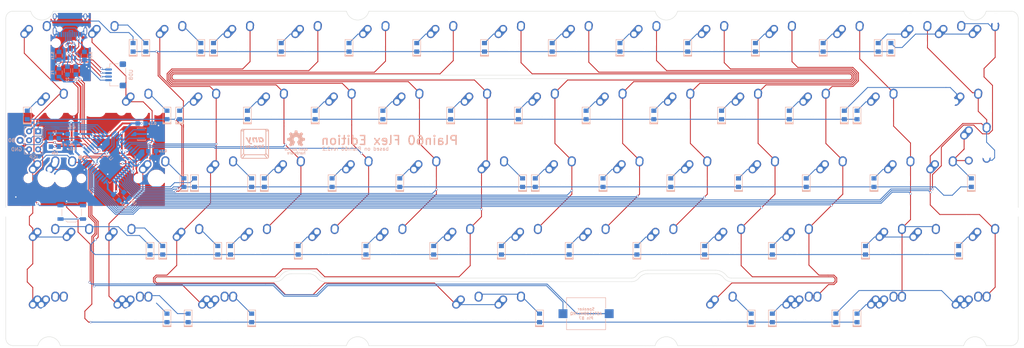
<source format=kicad_pcb>
(kicad_pcb (version 20211014) (generator pcbnew)
  (layers (0 "F.Cu" signal) (31 "B.Cu" signal) (34 "B.Paste" user) (35 "F.Paste" user) (36 "B.SilkS" user "B.Silkscreen") (37 "F.SilkS" user "F.Silkscreen") (38 "B.Mask" user) (39 "F.Mask" user) (44 "Edge.Cuts" user))
  (net 0 "")
  (net 1 "GND")
  (net 2 "VCC")
  (net 3 "row0")
  (net 4 "Net-(D1-Pad2)")
  (net 5 "Net-(D3-Pad2)")
  (net 6 "Net-(D4-Pad2)")
  (net 7 "Net-(D5-Pad2)")
  (net 8 "Net-(D6-Pad2)")
  (net 9 "Net-(D7-Pad2)")
  (net 10 "Net-(D8-Pad2)")
  (net 11 "Net-(D9-Pad2)")
  (net 12 "Net-(D10-Pad2)")
  (net 13 "Net-(D11-Pad2)")
  (net 14 "Net-(D12-Pad2)")
  (net 15 "Net-(D13-Pad2)")
  (net 16 "Net-(D14-Pad2)")
  (net 17 "Net-(D15-Pad2)")
  (net 18 "Net-(D16-Pad2)")
  (net 19 "row1")
  (net 20 "Net-(D17-Pad2)")
  (net 21 "Net-(D18-Pad2)")
  (net 22 "Net-(D19-Pad2)")
  (net 23 "Net-(D20-Pad2)")
  (net 24 "Net-(D21-Pad2)")
  (net 25 "Net-(D22-Pad2)")
  (net 26 "Net-(D23-Pad2)")
  (net 27 "Net-(D24-Pad2)")
  (net 28 "Net-(D25-Pad2)")
  (net 29 "Net-(D26-Pad2)")
  (net 30 "Net-(D27-Pad2)")
  (net 31 "Net-(D28-Pad2)")
  (net 32 "Net-(D29-Pad2)")
  (net 33 "row2")
  (net 34 "Net-(D31-Pad2)")
  (net 35 "Net-(D33-Pad2)")
  (net 36 "Net-(D34-Pad2)")
  (net 37 "Net-(D35-Pad2)")
  (net 38 "Net-(D36-Pad2)")
  (net 39 "Net-(D38-Pad2)")
  (net 40 "Net-(D39-Pad2)")
  (net 41 "Net-(D40-Pad2)")
  (net 42 "Net-(D41-Pad2)")
  (net 43 "Net-(D42-Pad2)")
  (net 44 "Net-(D43-Pad2)")
  (net 45 "Net-(D44-Pad2)")
  (net 46 "row3")
  (net 47 "Net-(D47-Pad2)")
  (net 48 "Net-(D48-Pad2)")
  (net 49 "Net-(D49-Pad2)")
  (net 50 "Net-(D51-Pad2)")
  (net 51 "Net-(D52-Pad2)")
  (net 52 "Net-(D53-Pad2)")
  (net 53 "Net-(D54-Pad2)")
  (net 54 "Net-(D55-Pad2)")
  (net 55 "Net-(D56-Pad2)")
  (net 56 "Net-(D57-Pad2)")
  (net 57 "Net-(D58-Pad2)")
  (net 58 "row4")
  (net 59 "Net-(D62-Pad2)")
  (net 60 "Net-(D63-Pad2)")
  (net 61 "Net-(D67-Pad2)")
  (net 62 "Net-(D71-Pad2)")
  (net 63 "Net-(D72-Pad2)")
  (net 64 "Net-(D73-Pad2)")
  (net 65 "Net-(D74-Pad2)")
  (net 66 "Net-(J1-Pad4)")
  (net 67 "Net-(J1-Pad10)")
  (net 68 "col0")
  (net 69 "col1")
  (net 70 "col2")
  (net 71 "col3")
  (net 72 "col4")
  (net 73 "col5")
  (net 74 "col6")
  (net 75 "col7")
  (net 76 "col8")
  (net 77 "col9")
  (net 78 "col10")
  (net 79 "col11")
  (net 80 "col12")
  (net 81 "col13")
  (net 82 "col14")
  (net 83 "D-")
  (net 84 "D+")
  (net 85 "RST")
  (net 86 "Net-(R6-Pad2)")
  (net 87 "MISO")
  (net 88 "SCK")
  (net 89 "MOSI")
  (net 90 "Net-(H1-Pad1)")
  (net 91 "VBUS")
  (net 92 "Net-(R1-Pad1)")
  (net 93 "Net-(R1-Pad2)")
  (net 94 "Net-(R2-Pad2)")
  (net 95 "Net-(R2-Pad1)")
  (net 96 "Net-(U1-Pad16)")
  (net 97 "Net-(U1-Pad17)")
  (net 98 "Net-(LS1-Pad1)")
  (net 99 "Net-(C1-Pad1)")
  (net 104 "Net-(D2-Pad2)")
  (net 105 "Net-(D32-Pad2)")
  (net 106 "Net-(D37-Pad2)")
  (net 107 "Net-(D50-Pad2)")
  (net 108 "Net-(K59-Pad1)")
  (net 110 "Net-(K46-Pad2)")
  (net 111 "Net-(K61-1-Pad2)")
  (footprint "MX_Alps_Hybrid:MX-1U-NoLED" (layer "F.Cu") (at 76.2 28.575)
    (fp_text reference "K19")
    (fp_text value "KEYSW")
  )
  (footprint "MX_Alps_Hybrid:MX-1U-NoLED" (layer "F.Cu") (at 95.25 28.575)
    (fp_text reference "K20")
    (fp_text value "KEYSW")
  )
  (footprint "MX_Alps_Hybrid:MX-1U-NoLED" (layer "F.Cu") (at 152.4 28.575)
    (fp_text reference "K23")
    (fp_text value "KEYSW")
  )
  (footprint "MX_Alps_Hybrid:MX-1U-NoLED" (layer "F.Cu") (at 171.45 28.575)
    (fp_text reference "K24")
    (fp_text value "KEYSW")
  )
  (footprint "MX_Alps_Hybrid:MX-1U-NoLED" (layer "F.Cu") (at 38.1 28.575)
    (fp_text reference "K17")
    (fp_text value "KEYSW")
  )
  (footprint "MX_Alps_Hybrid:MX-1U-NoLED" (layer "F.Cu") (at 133.35 28.575)
    (fp_text reference "K22")
    (fp_text value "KEYSW")
  )
  (footprint "MX_Alps_Hybrid:MX-1U-NoLED" (layer "F.Cu") (at 114.3 28.575)
    (fp_text reference "K21")
    (fp_text value "KEYSW")
  )
  (footprint "MX_Alps_Hybrid:MX-1U-NoLED" (layer "F.Cu") (at 57.15 28.575)
    (fp_text reference "K18")
    (fp_text value "KEYSW")
  )
  (footprint "MX_Alps_Hybrid:MX-1.5U-NoLED" (layer "F.Cu") (at 14.2875 28.575)
    (fp_text reference "K16")
    (fp_text value "KEYSW")
  )
  (footprint "MX_Alps_Hybrid:MX-2U-NoLED" (layer "F.Cu") (at 266.7 9.525)
    (fp_text reference "K15")
    (fp_text value "KEYSW")
  )
  (footprint "MX_Alps_Hybrid:MX-1U-NoLED" (layer "F.Cu") (at 142.875 9.525)
    (fp_text reference "K8")
    (fp_text value "KEYSW")
  )
  (footprint "MX_Alps_Hybrid:MX-1U-NoLED" (layer "F.Cu") (at 180.975 9.525)
    (fp_text reference "K10")
    (fp_text value "KEYSW")
  )
  (footprint "MX_Alps_Hybrid:MX-1U-NoLED" (layer "F.Cu") (at 257.175 9.525)
    (fp_text reference "K14")
    (fp_text value "KEYSW")
  )
  (footprint "MX_Alps_Hybrid:MX-1U-NoLED" (layer "F.Cu") (at 85.725 9.525)
    (fp_text reference "K5")
    (fp_text value "KEYSW")
  )
  (footprint "MX_Alps_Hybrid:MX-1U-NoLED" (layer "F.Cu") (at 238.125 9.525)
    (fp_text reference "K13")
    (fp_text value "KEYSW")
  )
  (footprint "MX_Alps_Hybrid:MX-1U-NoLED" (layer "F.Cu") (at 219.075 9.525)
    (fp_text reference "K12")
    (fp_text value "KEYSW")
  )
  (footprint "MX_Alps_Hybrid:MX-1U-NoLED" (layer "F.Cu") (at 200.025 9.525)
    (fp_text reference "K11")
    (fp_text value "KEYSW")
  )
  (footprint "MX_Alps_Hybrid:MX-1U-NoLED" (layer "F.Cu") (at 161.925 9.525)
    (fp_text reference "K9")
    (fp_text value "KEYSW")
  )
  (footprint "MX_Alps_Hybrid:MX-1U-NoLED" (layer "F.Cu") (at 123.825 9.525)
    (fp_text reference "K7")
    (fp_text value "KEYSW")
  )
  (footprint "MX_Alps_Hybrid:MX-1U-NoLED" (layer "F.Cu") (at 104.775 9.525)
    (fp_text reference "K6")
    (fp_text value "KEYSW")
  )
  (footprint "MX_Alps_Hybrid:MX-1U-NoLED" (layer "F.Cu") (at 66.675 9.525)
    (fp_text reference "K4")
    (fp_text value "KEYSW")
  )
  (footprint "MX_Alps_Hybrid:MX-1U-NoLED" (layer "F.Cu") (at 28.575 9.525)
    (fp_text reference "K2")
    (fp_text value "KEYSW")
  )
  (footprint "MX_Alps_Hybrid:MX-1U-NoLED" (layer "F.Cu") (at 9.525 9.525)
    (fp_text reference "K1")
    (fp_text value "KEYSW")
  )
  (footprint "MX_Alps_Hybrid:MX-1U-NoLED" (layer "F.Cu") (at 47.625 9.525)
    (fp_text reference "K3")
    (fp_text value "KEYSW")
  )
  (footprint "MX_Alps_Hybrid:MX-1U-NoLED" (layer "F.Cu") (at 38.1 85.725)
    (fp_text reference "K62-1")
    (fp_text value "KEYSW")
  )
  (footprint "MX_Alps_Hybrid:MX-1.25U-NoLED" (layer "F.Cu") (at 202.40625 85.725)
    (fp_text reference "K71")
    (fp_text value "KEYSW")
  )
  (footprint "MX_Alps_Hybrid:MX-1U-NoLED" (layer "F.Cu") (at 147.6375 66.675)
    (fp_text reference "K53")
    (fp_text value "KEYSW")
  )
  (footprint "MX_Alps_Hybrid:MX-1.75U-NoLED" (layer "F.Cu") (at 250.03146 66.675056)
    (fp_text reference "K58-1")
    (fp_text value "KEYSW")
  )
  (footprint "MX_Alps_Hybrid:MX-1.25U-NoLED" (layer "F.Cu") (at 11.90625 47.625)
    (fp_text reference "K31-1")
    (fp_text value "KEYSW")
  )
  (footprint "MX_Alps_Hybrid:MX-1U-NoLED" (layer "F.Cu") (at 223.8375 66.675)
    (fp_text reference "K57")
    (fp_text value "KEYSW")
  )
  (footprint "MX_Alps_Hybrid:MX-1U-NoLED" (layer "F.Cu") (at 166.6875 66.675)
    (fp_text reference "K54")
    (fp_text value "KEYSW")
  )
  (footprint "MX_Alps_Hybrid:MX-1U-NoLED" (layer "F.Cu") (at 204.7875 66.675)
    (fp_text reference "K56")
    (fp_text value "KEYSW")
  )
  (footprint "MX_Alps_Hybrid:MX-1U-NoLED" (layer "F.Cu") (at 128.5875 66.675)
    (fp_text reference "K52")
    (fp_text value "KEYSW")
  )
  (footprint "MX_Alps_Hybrid:MX-1U-NoLED" (layer "F.Cu") (at 185.7375 66.675)
    (fp_text reference "K55")
    (fp_text value "KEYSW")
  )
  (footprint "MX_Alps_Hybrid:MX-1.5U-NoLED" (layer "F.Cu") (at 14.2875 85.725)
    (fp_text reference "K61-1")
    (fp_text value "KEYSW")
  )
  (footprint "MX_Alps_Hybrid:MX-1.25U-NoLED" (layer "F.Cu") (at 11.90625 66.675)
    (fp_text reference "K46-1")
    (fp_text value "KEYSW")
  )
  (footprint "MX_Alps_Hybrid:MX-1U-NoLED" (layer "F.Cu") (at 276.225 9.525)
    (fp_text reference "K15-1")
    (fp_text value "KEYSW")
  )
  (footprint "MX_Alps_Hybrid:MX-1.25U-NoLED" (layer "F.Cu") (at 273.84375 85.725072)
    (fp_text reference "K74")
    (fp_text value "KEYSW")
  )
  (footprint "MX_Alps_Hybrid:MX-1.25U-NoLED" (layer "F.Cu") (at 250.03125 85.725)
    (fp_text reference "K73")
    (fp_text value "KEYSW")
  )
  (footprint "MX_Alps_Hybrid:MX-1U-NoLED" (layer "F.Cu") (at 247.65 28.575)
    (fp_text reference "K28")
    (fp_text value "KEYSW")
  )
  (footprint "MX_Alps_Hybrid:MX-1U-NoLED" (layer "F.Cu") (at 52.3875 66.675)
    (fp_text reference "K48")
    (fp_text value "KEYSW")
  )
  (footprint "MX_Alps_Hybrid:MX-1U-NoLED" (layer "F.Cu") (at 190.5 28.575)
    (fp_text reference "K25")
    (fp_text value "KEYSW")
  )
  (footprint "MX_Alps_Hybrid:MX-1U-NoLED" (layer "F.Cu") (at 119.0625 47.625)
    (fp_text reference "K36")
    (fp_text value "KEYSW")
  )
  (footprint "MX_Alps_Hybrid:MX-1U-NoLED" (layer "F.Cu") (at 61.9125 47.625)
    (fp_text reference "K33")
    (fp_text value "KEYSW")
  )
  (footprint "MX_Alps_Hybrid:MX-1.25U-NoLED" (layer "F.Cu") (at 59.53125 85.725)
    (fp_text reference "K63")
    (fp_text value "KEYSW")
  )
  (footprint "MX_Alps_Hybrid:MX-2.25U-NoLED" (layer "F.Cu") (at 264.31875 47.625)
    (fp_text reference "K44")
    (fp_text value "KEYSW")
  )
  (footprint "MX_Alps_Hybrid:MX-1.25U-NoLED" (layer "F.Cu") (at 226.21875 85.725)
    (fp_text reference "K72")
    (fp_text value "KEYSW")
  )
  (footprint "MX_Alps_Hybrid:MX-1U-NoLED" (layer "F.Cu") (at 276.225 66.675)
    (fp_text reference "K59")
    (fp_text value "KEYSW")
  )
  (footprint "MX_Alps_Hybrid:MX-1U-NoLED" (layer "F.Cu") (at 176.2125 47.625)
    (fp_text reference "K39")
    (fp_text value "KEYSW")
  )
  (footprint "MX_Alps_Hybrid:MX-1.25U-NoLED" (layer "F.Cu") (at 11.90625 85.725)
    (fp_text reference "K61")
    (fp_text value "KEYSW")
  )
  (footprint "MX_Alps_Hybrid:MX-1.5U-NoLED" (layer "F.Cu") (at 271.4625 28.575)
    (fp_text reference "K29")
    (fp_text value "KEYSW")
  )
  (footprint "MX_Alps_Hybrid:MX-1U-NoLED" (layer "F.Cu") (at 228.6 28.575)
    (fp_text reference "K27")
    (fp_text value "KEYSW")
  )
  (footprint "MX_Alps_Hybrid:MX-1.5U-NoLED" (layer "F.Cu") (at 61.9125 85.725)
    (fp_text reference "K63-1")
    (fp_text value "KEYSW")
  )
  (footprint "MX_Alps_Hybrid:MX-1U-NoLED" (layer "F.Cu") (at 90.4875 66.675)
    (fp_text reference "K50")
    (fp_text value "KEYSW")
  )
  (footprint "MX_Alps_Hybrid:MX-1U-NoLED" (layer "F.Cu") (at 80.9625 47.625)
    (fp_text reference "K34")
    (fp_text value "KEYSW")
  )
  (footprint "MX_Alps_Hybrid:MX-1U-NoLED" (layer "F.Cu") (at 33.3375 66.675)
    (fp_text reference "K47")
    (fp_text value "KEYSW")
  )
  (footprint "MX_Alps_Hybrid:MX-1.5U-NoLED" (layer "F.Cu") (at 252.4125 47.625)
    (fp_text reference "K43")
    (fp_text value "KEYSW")
  )
  (footprint "MX_Alps_Hybrid:MX-1U-NoLED" (layer "F.Cu") (at 157.1625 47.625)
    (fp_text reference "K38")
    (fp_text value "KEYSW")
  )
  (footprint "MX_Alps_Hybrid:MX-1U-NoLED" (layer "F.Cu") (at 100.0125 47.625)
    (fp_text reference "K35")
    (fp_text value "KEYSW")
  )
  (footprint "MX_Alps_Hybrid:MX-1U-NoLED" (layer "F.Cu") (at 42.8625 47.625)
    (fp_text reference "K32")
    (fp_text value "KEYSW")
  )
  (footprint "MX_Alps_Hybrid:MX-1U-NoLED" (layer "F.Cu") (at 195.2625 47.625)
    (fp_text reference "K40")
    (fp_text value "KEYSW")
  )
  (footprint "MX_Alps_Hybrid:MX-2.25U-NoLED" (layer "F.Cu") (at 21.43125 66.675)
    (fp_text reference "K46")
    (fp_text value "KEYSW")
  )
  (footprint "MX_Alps_Hybrid:MX-1U-NoLED" (layer "F.Cu") (at 233.3625 47.625)
    (fp_text reference "K42")
    (fp_text value "KEYSW")
  )
  (footprint "MX_Alps_Hybrid:MX-1U-NoLED" (layer "F.Cu") (at 214.3125 47.625)
    (fp_text reference "K41")
    (fp_text value "KEYSW")
  )
  (footprint "MX_Alps_Hybrid:MX-1U-NoLED" (layer "F.Cu") (at 209.55 28.575)
    (fp_text reference "K26")
    (fp_text value "KEYSW")
  )
  (footprint "MX_Alps_Hybrid:MX-1U-NoLED" (layer "F.Cu") (at 138.1125 47.625)
    (fp_text reference "K37")
    (fp_text value "KEYSW")
  )
  (footprint "MX_Alps_Hybrid:MX-1.75U-NoLED" (layer "F.Cu") (at 16.66875 47.625)
    (fp_text reference "K31")
    (fp_text value "KEYSW")
  )
  (footprint "MX_Alps_Hybrid:MX-1U-NoLED" (layer "F.Cu") (at 109.5375 66.675)
    (fp_text reference "K51")
    (fp_text value "KEYSW")
  )
  (footprint "MX_Alps_Hybrid:MX-1U-NoLED" (layer "F.Cu") (at 247.65 85.725)
    (fp_text reference "K73-1")
    (fp_text value "KEYSW")
  )
  (footprint "MX_Alps_Hybrid:MX-1.25U-NoLED" (layer "F.Cu") (at 35.71875 85.725)
    (fp_text reference "K62")
    (fp_text value "KEYSW")
  )
  (footprint "MX_Alps_Hybrid:MX-1U-NoLED" (layer "F.Cu") (at 71.4375 66.675)
    (fp_text reference "K49")
    (fp_text value "KEYSW")
  )
  (footprint "MX_Alps_Hybrid:MX-1.5U-NoLED" (layer "F.Cu") (at 223.8375 85.725)
    (fp_text reference "K72-1")
    (fp_text value "KEYSW")
  )
  (footprint "MX_Alps_Hybrid:MX-1.5U-NoLED" (layer "F.Cu") (at 271.462728 85.725072)
    (fp_text reference "K74-1")
    (fp_text value "KEYSW")
  )
  (footprint "footprints:10x5_7x2.5mm" (layer "F.Cu") (at 2.381252 57.125)
    (fp_text reference "S4" hide)
    (fp_text value "Screw")
  )
  (footprint "footprints:10x5_7x2.5mm" (layer "F.Cu") (at 283.368988 57.125)
    (fp_text reference "S5" hide)
    (fp_text value "Screw")
  )
  (footprint "MX_Alps_Hybrid:MX-2.75U-NoLED" (layer "F.Cu") (at 259.556468 66.675)
    (fp_text reference "K58")
    (fp_text value "KEYSW")
  )
  (footprint "MX_Alps_Hybrid:MX-6.25U-ReversedStabilizers-NoLED" (layer "F.Cu") (at 130.96875 85.725)
    (fp_text reference "K67")
    (fp_text value "KEYSW")
  )
  (footprint "footprints:5.5_5x2.5mm" (layer "F.Cu") (at 26.625 85.725072)
    (fp_text reference "S8" hide)
    (fp_text value "Tofu screw")
  )
  (footprint "footprints:5.5_5x2.5mm" (layer "F.Cu") (at 142.875 37.75)
    (fp_text reference "S7" hide)
    (fp_text value "Tofu screw")
  )
  (footprint "footprints:5.5_5x2.5mm" (layer "F.Cu") (at 260.43 85.725072)
    (fp_text reference "S9" hide)
    (fp_text value "Tofu screw")
  )
  (footprint "footprints:5.5_5x2.5mm" (layer "F.Cu") (at 260.425 28.22705)
    (fp_text reference "S2" hide)
    (fp_text value "Screw")
  )
  (footprint "footprints:5.5_5x2.5mm" (layer "F.Cu") (at 25.6 28.575024)
    (fp_text reference "S1" hide)
    (fp_text value "Screw")
  )
  (footprint "footprints:5.5_5x2.5mm" (layer "F.Cu") (at 128.587608 47.42504)
    (fp_text reference "S3" hide)
    (fp_text value "Screw")
  )
  (footprint "footprints:5.5_5x2.5mm" (layer "F.Cu") (at 190.50016 85.525)
    (fp_text reference "S6" hide)
    (fp_text value "Screw")
  )
  (footprint "MX_Alps_Hybrid:MX-7U-ReversedStabilizers-NoLED" (layer "F.Cu") (at 142.875 85.725)
    (fp_text reference "K67-1")
    (fp_text value "KEYSW")
  )
  (footprint "MX_Alps_Hybrid:MX-ISO-FLIPPED-ReversedStabilizers" (layer "F.Cu") (at 273.84375 38.1)
    (fp_text reference "K44-1")
    (fp_text value "KEYSW")
  )
  (footprint "Keeb_components:D_0805" (layer "B.Cu") (at 239.911139 86.915698 90)
    (fp_text reference "D73")
    (fp_text value "D" hide)
  )
  (footprint "Keeb_components:D_0805" (layer "B.Cu") (at 216.098619 86.915698 90)
    (fp_text reference "D72")
    (fp_text value "D" hide)
  )
  (footprint "Keeb_components:D_0805" (layer "B.Cu") (at 210.145489 86.915698 90)
    (fp_text reference "D71")
    (fp_text value "D" hide)
  )
  (footprint "Keeb_components:D_0805" (layer "B.Cu") (at 150.614189 86.915698 90)
    (fp_text reference "D67")
    (fp_text value "D" hide)
  )
  (footprint "Keeb_components:D_0805" (layer "B.Cu") (at 69.651621 86.915698 90)
    (fp_text reference "D63")
    (fp_text value "D" hide)
  )
  (footprint "Keeb_components:D_0805" (layer "B.Cu") (at 268.486163 67.865682 90)
    (fp_text reference "D59")
    (fp_text value "D" hide)
  )
  (footprint "Keeb_components:D_0805" (layer "B.Cu") (at 242.292391 67.865682 90)
    (fp_text reference "D58")
    (fp_text value "D" hide)
  )
  (footprint "Keeb_components:D_0805" (layer "B.Cu") (at 216.098619 67.865682 90)
    (fp_text reference "D57")
    (fp_text value "D" hide)
  )
  (footprint "Keeb_components:D_0805" (layer "B.Cu") (at 197.048603 67.865682 90)
    (fp_text reference "D56")
    (fp_text value "D" hide)
  )
  (footprint "Keeb_components:D_0805" (layer "B.Cu") (at 139.898555 67.865682 90)
    (fp_text reference "D53")
    (fp_text value "D" hide)
  )
  (footprint "Keeb_components:D_0805" (layer "B.Cu") (at 101.798523 67.865682 90)
    (fp_text reference "D51")
    (fp_text value "D" hide)
  )
  (footprint "Keeb_components:D_0805" (layer "B.Cu") (at 82.748507 67.865682 90)
    (fp_text reference "D50")
    (fp_text value "D" hide)
  )
  (footprint "Keeb_components:D_0805" (layer "B.Cu") (at 220.861123 29.76565 90)
    (fp_text reference "D27")
    (fp_text value "D" hide)
  )
  (footprint "Keeb_components:D_0805" (layer "B.Cu") (at 225.623627 48.815666 90)
    (fp_text reference "D42")
    (fp_text value "D" hide)
  )
  (footprint "Keeb_components:D_0805" (layer "B.Cu") (at 49.410979 29.76565 90)
    (fp_text reference "D18")
    (fp_text value "D" hide)
  )
  (footprint "Keeb_components:D_0805" (layer "B.Cu") (at 182.761091 29.76565 90)
    (fp_text reference "D25")
    (fp_text value "D" hide)
  )
  (footprint "Keeb_components:D_0805" (layer "B.Cu") (at 206.573611 48.815666 90)
    (fp_text reference "D41")
    (fp_text value "D" hide)
  )
  (footprint "Keeb_components:D_0805" (layer "B.Cu") (at 111.323531 48.815666 90)
    (fp_text reference "D36")
    (fp_text value "D" hide)
  )
  (footprint "Keeb_components:D_0805" (layer "B.Cu") (at 53.57817 48.815666 90)
    (fp_text reference "D31")
    (fp_text value "D" hide)
  )
  (footprint "Keeb_components:D_0805" (layer "B.Cu") (at 187.523595 48.815666 90)
    (fp_text reference "D40")
    (fp_text value "D" hide)
  )
  (footprint "Keeb_components:D_0805" (layer "B.Cu") (at 145.851685 48.815666 90)
    (fp_text reference "D37")
    (fp_text value "D" hide)
  )
  (footprint "Keeb_components:D_0805" (layer "B.Cu") (at 50.601605 48.815666 90)
    (fp_text reference "D32")
    (fp_text value "D" hide)
  )
  (footprint "Keeb_components:D_0805" (layer "B.Cu") (at 73.223499 48.815666 90)
    (fp_text reference "D34")
    (fp_text value "D" hide)
  )
  (footprint "Keeb_components:D_0805" (layer "B.Cu") (at 106.561027 29.76565 90)
    (fp_text reference "D21")
    (fp_text value "D" hide)
  )
  (footprint "Keeb_components:D_0805" (layer "B.Cu") (at 201.811107 29.76565 90)
    (fp_text reference "D26")
    (fp_text value "D" hide)
  )
  (footprint "Keeb_components:D_0805" (layer "B.Cu") (at 125.611043 29.76565 90)
    (fp_text reference "D22")
    (fp_text value "D" hide)
  )
  (footprint "Keeb_components:D_0805" (layer "B.Cu") (at 163.711075 29.76565 90)
    (fp_text reference "D24")
    (fp_text value "D" hide)
  )
  (footprint "Keeb_components:D_0805" (layer "B.Cu") (at 244.673643 48.815666 90)
    (fp_text reference "D43")
    (fp_text value "D" hide)
  )
  (footprint "Keeb_components:D_0805" (layer "B.Cu") (at 149.423563 48.815666 90)
    (fp_text reference "D38")
    (fp_text value "D" hide)
  )
  (footprint "Keeb_components:D_0805" (layer "B.Cu") (at 92.273515 48.815666 90)
    (fp_text reference "D35")
    (fp_text value "D" hide)
  )
  (footprint "Keeb_components:D_0805" (layer "B.Cu") (at 60.126613 67.865682 90)
    (fp_text reference "D48")
    (fp_text value "D" hide)
  )
  (footprint "Keeb_components:D_0805" (layer "B.Cu") (at 158.948571 67.865682 90)
    (fp_text reference "D54")
    (fp_text value "D" hide)
  )
  (footprint "Keeb_components:D_0805" (layer "B.Cu") (at 272.058041 48.815666 90)
    (fp_text reference "D44")
    (fp_text value "D" hide)
  )
  (footprint "Keeb_components:D_0805" (layer "B.Cu") (at 51.792231 86.915698 90)
    (fp_text reference "D62")
    (fp_text value "D" hide)
  )
  (footprint "Keeb_components:D_0805" (layer "B.Cu") (at 168.473579 48.815666 90)
    (fp_text reference "D39")
    (fp_text value "D" hide)
  )
  (footprint "Keeb_components:D_0805" (layer "B.Cu") (at 87.511011 29.76565 90)
    (fp_text reference "D20")
    (fp_text value "D" hide)
  )
  (footprint "Keeb_components:D_0805" (layer "B.Cu") (at 239.911139 29.76565 90)
    (fp_text reference "D28")
    (fp_text value "D" hide)
  )
  (footprint "Keeb_components:D_0805" (layer "B.Cu") (at 69.651621 48.815666 90)
    (fp_text reference "D33")
    (fp_text value "D" hide)
  )
  (footprint "Keeb_components:D_0805" (layer "B.Cu") (at 144.661059 29.76565 90)
    (fp_text reference "D23")
    (fp_text value "D" hide)
  )
  (footprint "Keeb_components:D_0805" (layer "B.Cu") (at 177.998587 67.865682 90)
    (fp_text reference "D55")
    (fp_text value "D" hide)
  )
  (footprint "Keeb_components:D_0805" (layer "B.Cu") (at 120.848539 67.865682 90)
    (fp_text reference "D52")
    (fp_text value "D" hide)
  )
  (footprint "Keeb_components:D_0805" (layer "B.Cu") (at 68.460995 29.76565 90)
    (fp_text reference "D19")
    (fp_text value "D" hide)
  )
  (footprint "Keeb_components:ATMEGA32U4" (layer "B.Cu") (at 29.76565 41.67191 -45)
    (fp_text reference "U1")
    (fp_text value "ATmega32U4")
  )
  (footprint "Keeb_components:Resonator_SMD_muRata_CSTNExxV-3Pin-p1.2" (layer "B.Cu") (at 38.695345 35.123467 90)
    (fp_text reference "X1" hide)
    (fp_text value "XTAL_GND")
  )
  (footprint "Button_Switch_SMD:SW_SPST_TL3342" (layer "B.Cu") (at 19.050016 57.173483)
    (fp_text reference "SW1" hide)
    (fp_text value "SW_PUSH" hide)
  )
  (footprint "Keeb_components:R_0805" (layer "B.Cu") (at 34.489688 52.349078 135)
    (fp_text reference "R6" hide)
    (fp_text value "10k")
  )
  (footprint "Keeb_components:D_0805" (layer "B.Cu") (at 173.236083 10.715634 90)
    (fp_text reference "D10")
    (fp_text value "D" hide)
  )
  (footprint "Keeb_components:D_0805" (layer "B.Cu") (at 245.864269 10.715634 90)
    (fp_text reference "D14")
    (fp_text value "D" hide)
  )
  (footprint "Keeb_components:D_0805" (layer "B.Cu") (at 154.186067 10.715634 90)
    (fp_text reference "D9")
    (fp_text value "D" hide)
  )
  (footprint "Keeb_components:D_0805" (layer "B.Cu") (at 230.386131 10.715634 90)
    (fp_text reference "D13")
    (fp_text value "D" hide)
  )
  (footprint "Keeb_components:D_0805" (layer "B.Cu") (at 192.286099 10.715634 90)
    (fp_text reference "D11")
    (fp_text value "D" hide)
  )
  (footprint "Keeb_components:D_0805" (layer "B.Cu") (at 249.436144 10.715634 90)
    (fp_text reference "D15")
    (fp_text value "D" hide)
  )
  (footprint "Keeb_components:D_0805" (layer "B.Cu") (at 45.839101 29.76565 90)
    (fp_text reference "D17")
    (fp_text value "D" hide)
  )
  (footprint "Keeb_components:D_0805" (layer "B.Cu") (at 6.548443 29.76565 90)
    (fp_text reference "D16")
    (fp_text value "D" hide)
  )
  (footprint "Keeb_components:D_0805" (layer "B.Cu") (at 211.336115 10.715634 90)
    (fp_text reference "D12")
    (fp_text value "D" hide)
  )
  (footprint "Keeb_components:D_0805" (layer "B.Cu") (at 116.086035 10.715634 90)
    (fp_text reference "D7")
    (fp_text value "D" hide)
  )
  (footprint "Keeb_components:D_0805" (layer "B.Cu") (at 55.364109 10.715634 90)
    (fp_text reference "D3")
    (fp_text value "D" hide)
  )
  (footprint "Keeb_components:D_0805" (layer "B.Cu") (at 77.986003 10.715634 90)
    (fp_text reference "D5")
    (fp_text value "D" hide)
  )
  (footprint "Keeb_components:D_0805" (layer "B.Cu") (at 135.136051 10.715634 90)
    (fp_text reference "D8")
    (fp_text value "D" hide)
  )
  (footprint "Keeb_components:D_0805" (layer "B.Cu") (at 97.036019 10.715634 90)
    (fp_text reference "D6")
    (fp_text value "D" hide)
  )
  (footprint "Keeb_components:D_0805" (layer "B.Cu") (at 58.935987 10.715634 90)
    (fp_text reference "D4")
    (fp_text value "D" hide)
  )
  (footprint "footprints:oshw" (layer "B.Cu") (at 82.153194 37.504719 180)
    (fp_text reference "G***" hide)
    (fp_text value "LOGO" hide)
  )
  (footprint "footprints:free_pin" (layer "B.Cu") (at 4.524382 36.909406)
    (fp_text reference "H1" hide)
    (fp_text value "B0")
  )
  (footprint "Keeb_components:D_0805" (layer "B.Cu") (at 233.958009 86.915698 90)
    (fp_text reference "D74")
    (fp_text value "D" hide)
  )
  (footprint "Keeb_components:R_0805" (layer "B.Cu") (at 17.85939 17.264077 90)
    (fp_text reference "R1" hide)
    (fp_text value "22")
  )
  (footprint "Keeb_components:HRO-TYPE-C-31-M-12" (layer "B.Cu") (at 18.568 -0.62)
    (fp_text reference "J1")
    (fp_text value "HRO-TYPE-C-31-M-12")
  )
  (footprint "Keeb_components:D_0805" (layer "B.Cu") (at 63.698491 67.865682 90)
    (fp_text reference "D49")
    (fp_text value "D" hide)
  )
  (footprint "Keeb_components:C_0805" (layer "B.Cu") (at 38.695345 32.146902 180)
    (fp_text reference "C4")
    (fp_text value "0.1u")
  )
  (footprint "Keeb_components:C_0805" (layer "B.Cu") (at 19.050016 37.504719)
    (fp_text reference "C5")
    (fp_text value "0.1u")
  )
  (footprint "Keeb_components:D_0805" (layer "B.Cu") (at 41.076597 67.865682 90)
    (fp_text reference "D46")
    (fp_text value "D" hide)
  )
  (footprint "Keeb_components:D_0805" (layer "B.Cu") (at 236.339261 29.76565 90)
    (fp_text reference "D29")
    (fp_text value "D" hide)
  )
  (footprint "Keeb_components:R_0805" (layer "B.Cu") (at 15.478138 17.85939 90)
    (fp_text reference "F1")
    (fp_text value "Polyfuse" hide)
  )
  (footprint "Keeb_components:D_0805" (layer "B.Cu") (at 36.314093 10.715634 90)
    (fp_text reference "D1")
    (fp_text value "D" hide)
  )
  (footprint "Keeb_components:D_0805" (layer "B.Cu") (at 44.648475 67.865682 90)
    (fp_text reference "D47")
    (fp_text value "D" hide)
  )
  (footprint "Keeb_components:R_0805" (layer "B.Cu") (at 20.240642 17.264077 -90)
    (fp_text reference "R2" hide)
    (fp_text value "22")
  )
  (footprint "Keeb_components:C_0805" (layer "B.Cu") (at 14.287512 36.314093 180)
    (fp_text reference "C1")
    (fp_text value "1u")
  )
  (footprint "Keeb_components:C_0805" (layer "B.Cu") (at 41.67191 39.885971 180)
    (fp_text reference "C2")
    (fp_text value "0.1u")
  )
  (footprint "Keeb_components:R_0805" (layer "B.Cu") (at 14.287512 38.695345 180)
    (fp_text reference "R5" hide)
    (fp_text value "10k")
  )
  (footprint "Keeb_components:R_0805" (layer "B.Cu") (at 22.621894 13.096886 -90)
    (fp_text reference "R4" hide)
    (fp_text value "5.1k")
  )
  (footprint "Keeb_components:D_0805" (layer "B.Cu") (at 39.885971 10.715634 90)
    (fp_text reference "D2")
    (fp_text value "D" hide)
  )
  (footprint "Keeb_components:D_0805" (layer "B.Cu") (at 45.839101 86.915698 90)
    (fp_text reference "D61")
    (fp_text value "D" hide)
  )
  (footprint "Keeb_components:USBLC6-2SC6" (layer "B.Cu") (at 19.050016 12.501573)
    (fp_text reference "U2" hide)
    (fp_text value "USBLC6-2SC6")
  )
  (footprint "Keeb_components:isp_standard" (layer "B.Cu") (at 8.334382 36.909406 180)
    (fp_text reference "J2" hide)
    (fp_text value "ISP")
  )
  (footprint "Keeb_components:R_0805" (layer "B.Cu") (at 15.478138 13.096886 90)
    (fp_text reference "R3" hide)
    (fp_text value "5.1k")
  )
  (footprint "Keeb_components:logo_new" (layer "B.Cu") (at 70.533862 37.885968 180)
    (fp_text reference "G***" hide)
    (fp_text value "LOGO" hide)
  )
  (footprint "Keeb_components:JST_SH_SM04B-SRSS-TB_1x04-1MP_P1.00mm_Horizontal" (layer "B.Cu") (at 31.551589 18.454703 -90)
    (fp_text reference "J3" hide)
    (fp_text value "ai03_ud" hide)
  )
  (footprint "Keeb_components:speaker_AST1109MLTRQ" (layer "B.Cu") (at 163.711075 85.725072)
    (fp_text reference "LS1" hide)
    (fp_text value "Speaker")
  )
  (footprint "Keeb_components:C_0805" (layer "B.Cu") (at 19.050016 35.123467)
    (fp_text reference "C6")
    (fp_text value "4.7u")
  )
  (footprint "Keeb_components:C_0805" (layer "B.Cu") (at 31.551589 52.982857 135)
    (fp_text reference "C3")
    (fp_text value "0.1u")
  )
  (gr_arc (start 237.625192 18.550008) (mid 238.12532 19.050136) (end 237.625192 19.550264) (layer "Edge.Cuts") (width 0.1))
  (gr_arc (start 9.525008 94.725008) (mid 12.675008 92.225008) (end 15.825008 94.725008) (layer "Edge.Cuts") (width 0.1))
  (gr_arc (start 48.126422 19.550136) (mid 47.626422 19.050136) (end 48.126422 18.550136) (layer "Edge.Cuts") (width 0.1))
  (gr_arc (start 90.115786 75.700068) (mid 89.439159 75.53879) (end 88.908032 75.089636) (layer "Edge.Cuts") (width 0.1))
  (gr_arc (start 90.115786 76.700063) (mid 88.990155 76.432316) (end 88.105632 75.686426) (layer "Edge.Cuts") (width 0.1))
  (gr_line (start 96.325006 94.725008) (end 15.825008 94.725008) (layer "Edge.Cuts") (width 0.1))
  (gr_arc (start 200.056947 73.470061) (mid 201.857958 73.898456) (end 203.273197 75.091881) (layer "Edge.Cuts") (width 0.1))
  (gr_arc (start 78.518758 75.686427) (mid 77.634234 76.432316) (end 76.508604 76.700062) (layer "Edge.Cuts") (width 0.1))
  (gr_line (start 183.125008 94.725006) (end 102.625008 94.725006) (layer "Edge.Cuts") (width 0.1))
  (gr_arc (start 177.789524 75.093476) (mid 177.259104 75.539862) (end 176.584611 75.700064) (layer "Edge.Cuts") (width 0.1))
  (gr_arc (start 183.125008 94.725006) (mid 186.275009 92.225007) (end 189.425008 94.725008) (layer "Edge.Cuts") (width 0.1))
  (gr_line (start 102.625008 0.525008) (end 183.125008 0.525008) (layer "Edge.Cuts") (width 0.1))
  (gr_arc (start 204.479287 75.700059) (mid 203.803911 75.539412) (end 203.273198 75.091881) (layer "Edge.Cuts") (width 0.1))
  (gr_arc (start 276.225231 0.525009) (mid 273.075034 3.025225) (end 269.924797 0.52506) (layer "Edge.Cuts") (width 0.1))
  (gr_line (start 0.525008 2.525008) (end 0.525008 92.725008) (layer "Edge.Cuts") (width 0.1))
  (gr_line (start 181.006946 74.470069) (end 200.056946 74.470064) (layer "Edge.Cuts") (width 0.1))
  (gr_arc (start 13.825008 0.525008) (mid 10.675008 3.025008) (end 7.525008 0.525008) (layer "Edge.Cuts") (width 0.1))
  (gr_arc (start 283.225008 0.525007) (mid 284.639222 1.110793) (end 285.225008 2.525007) (layer "Edge.Cuts") (width 0.1))
  (gr_line (start 269.925008 94.725006) (end 189.425008 94.725008) (layer "Edge.Cuts") (width 0.1))
  (gr_line (start 48.126422 19.550136) (end 237.625192 19.550136) (layer "Edge.Cuts") (width 0.1))
  (gr_line (start 43.363195 75.700064) (end 76.508604 75.700064) (layer "Edge.Cuts") (width 0.1))
  (gr_arc (start 269.925008 94.725006) (mid 273.075009 92.225007) (end 276.225008 94.725008) (layer "Edge.Cuts") (width 0.1))
  (gr_arc (start 178.594765 75.686429) (mid 177.710242 76.432317) (end 176.584612 76.700064) (layer "Edge.Cuts") (width 0.1))
  (gr_arc (start 285.225008 92.725008) (mid 284.639222 94.139222) (end 283.225008 94.725008) (layer "Edge.Cuts") (width 0.1))
  (gr_line (start 181.006946 73.470067) (end 200.056947 73.470061) (layer "Edge.Cuts") (width 0.1))
  (gr_line (start 283.225008 94.725008) (end 276.225008 94.725008) (layer "Edge.Cuts") (width 0.1))
  (gr_arc (start 177.789524 75.093476) (mid 179.205054 73.898907) (end 181.006946 73.470067) (layer "Edge.Cuts") (width 0.1))
  (gr_line (start 43.363195 76.700064) (end 76.508604 76.700063) (layer "Edge.Cuts") (width 0.1))
  (gr_line (start 176.584611 75.700064) (end 90.115786 75.700069) (layer "Edge.Cuts") (width 0.1))
  (gr_arc (start 77.714697 75.091882) (mid 79.129936 73.898458) (end 80.930946 73.470063) (layer "Edge.Cuts") (width 0.1))
  (gr_line (start 285.225008 92.725008) (end 285.225008 2.525007) (layer "Edge.Cuts") (width 0.1))
  (gr_arc (start 178.594765 75.686429) (mid 179.656192 74.791364) (end 181.006946 74.470069) (layer "Edge.Cuts") (width 0.1))
  (gr_arc (start 204.479287 76.700066) (mid 203.353655 76.432319) (end 202.469132 75.686428) (layer "Edge.Cuts") (width 0.1))
  (gr_arc (start 2.525007 94.725007) (mid 1.110794 94.139221) (end 0.525008 92.725008) (layer "Edge.Cuts") (width 0.1))
  (gr_line (start 80.930946 74.470063) (end 85.693446 74.470064) (layer "Edge.Cuts") (width 0.1))
  (gr_arc (start 96.325006 94.725008) (mid 99.475007 92.225007) (end 102.625008 94.725008) (layer "Edge.Cuts") (width 0.1))
  (gr_arc (start 78.518759 75.686428) (mid 79.580188 74.79136) (end 80.930946 74.470063) (layer "Edge.Cuts") (width 0.1))
  (gr_line (start 232.862718 75.7) (end 204.479287 75.70006) (layer "Edge.Cuts") (width 0.1))
  (gr_line (start 9.525008 94.725008) (end 2.525007 94.725008) (layer "Edge.Cuts") (width 0.1))
  (gr_arc (start 200.056946 74.470064) (mid 201.407703 74.79136) (end 202.469132 75.686428) (layer "Edge.Cuts") (width 0.1))
  (gr_arc (start 189.425008 0.52501) (mid 186.275007 3.025009) (end 183.125008 0.525008) (layer "Edge.Cuts") (width 0.1))
  (gr_arc (start 77.714696 75.091882) (mid 77.183982 75.539415) (end 76.508604 75.700063) (layer "Edge.Cuts") (width 0.1))
  (gr_arc (start 232.862718 75.7) (mid 233.362718 76.2) (end 232.862718 76.7) (layer "Edge.Cuts") (width 0.1))
  (gr_arc (start 85.693446 74.470064) (mid 87.044203 74.79136) (end 88.105631 75.686427) (layer "Edge.Cuts") (width 0.1))
  (gr_line (start 189.425008 0.52501) (end 269.924797 0.525059) (layer "Edge.Cuts") (width 0.1))
  (gr_line (start 276.225231 0.525009) (end 283.225008 0.52501) (layer "Edge.Cuts") (width 0.1))
  (gr_arc (start 0.525008 2.525008) (mid 1.110794 1.110794) (end 2.525008 0.525008) (layer "Edge.Cuts") (width 0.1))
  (gr_line (start 237.625192 18.550008) (end 48.126422 18.550136) (layer "Edge.Cuts") (width 0.1))
  (gr_arc (start 85.693446 73.470064) (mid 87.493208 73.89783) (end 88.908032 75.089636) (layer "Edge.Cuts") (width 0.1))
  (gr_arc (start 102.625008 0.525008) (mid 99.475008 3.025008) (end 96.325008 0.525008) (layer "Edge.Cuts") (width 0.1))
  (gr_line (start 232.862718 76.7) (end 204.479287 76.700066) (layer "Edge.Cuts") (width 0.1))
  (gr_line (start 80.930946 73.470063) (end 85.693446 73.470064) (layer "Edge.Cuts") (width 0.1))
  (gr_arc (start 43.363195 76.700064) (mid 42.863195 76.200064) (end 43.363195 75.700064) (layer "Edge.Cuts") (width 0.1))
  (gr_line (start 90.115786 76.700064) (end 176.584612 76.700064) (layer "Edge.Cuts") (width 0.1))
  (gr_line (start 2.525008 0.525008) (end 7.525008 0.525008) (layer "Edge.Cuts") (width 0.1))
  (gr_line (start 13.825008 0.525008) (end 96.325008 0.525008) (layer "Edge.Cuts") (width 0.1))
  (gr_text "based on Plain60 rev2.2" (at 98.821958 39.290658) (layer "B.SilkS") (effects (font (size 1 1)) (justify mirror)))
  (gr_text "UDB" (at 35.71878 18.454703 90) (layer "B.SilkS") (effects (font (size 1 1)) (justify mirror)))
  (gr_text "GND" (at 5.159382 39.449406) (layer "B.SilkS") (effects (font (size 1 1)) (justify left mirror)))
  (gr_text "Plain60 Flex Edition" (at 127.992295 36.909406) (layer "B.SilkS") (effects (font (size 2.5 2.5) (thickness 0.4)) (justify left mirror)))
  (gr_text "Speaker\nAST1109MLTRQ\nPin B7" (at 163.711075 85.725072) (layer "B.SilkS") (effects (font (size 0.8 0.8)) (justify mirror)))
  (segment (start 14.678135 15.478138) (end 14.678135 15.868761) (width 0.25) (layer "F.Cu") (net 1))
  (segment (start 19.050016 10.150008) (end 18.48439 10.715634) (width 0.25) (layer "F.Cu") (net 1))
  (segment (start 24.25548 66.149776) (end 24.25548 76.706154) (width 0.25) (layer "F.Cu") (net 1))
  (segment (start 20.835955 58.959422) (end 20.835955 62.730251) (width 0.25) (layer "F.Cu") (net 1))
  (segment (start 20.835955 29.150024) (end 19.645329 30.34065) (width 0.25) (layer "F.Cu") (net 1))
  (segment (start 20.835955 58.959422) (end 17.62125 55.744717) (width 0.25) (layer "F.Cu") (net 1))
  (segment (start 17.62125 55.744717) (end 17.62125 54.054375) (width 0.25) (layer "F.Cu") (net 1))
  (segment (start 24.25548 76.706154) (end 24.080489 76.881145) (width 0.25) (layer "F.Cu") (net 1))
  (segment (start 20.835955 22.026581) (end 20.835955 29.150024) (width 0.25) (layer "F.Cu") (net 1))
  (segment (start 20.835955 62.730251) (end 24.25548 66.149776) (width 0.25) (layer "F.Cu") (net 1))
  (segment (start 14.678135 15.868761) (end 20.835955 22.026581) (width 0.25) (layer "F.Cu") (net 1))
  (via (at 40.481284 35.123467) (size 0.6) (drill 0.4) (layers "F.Cu" "B.Cu") (net 1))
  (via (at 32.146902 38.695345) (size 0.6) (drill 0.4) (layers "F.Cu" "B.Cu") (net 1))
  (via (at 20.835955 58.959422) (size 0.6) (drill 0.4) (layers "F.Cu" "B.Cu") (net 1))
  (via (at 19.050016 10.150008) (size 0.6) (drill 0.4) (layers "F.Cu" "B.Cu") (net 1))
  (via (at 14.287512 35.123467) (size 0.6) (drill 0.4) (layers "F.Cu" "B.Cu") (net 1))
  (via (at 16.668764 35.123467) (size 0.6) (drill 0.4) (layers "F.Cu" "B.Cu") (net 1))
  (via (at 27.384398 38.100032) (size 0.6) (drill 0.4) (layers "F.Cu" "B.Cu") (net 1))
  (via (at 24.080489 76.881145) (size 0.6) (drill 0.4) (layers "F.Cu" "B.Cu") (net 1))
  (via (at 17.85939 39.290658) (size 0.6) (drill 0.4) (layers "F.Cu" "B.Cu") (net 1))
  (via (at 29.170337 46.434414) (size 0.6) (drill 0.4) (layers "F.Cu" "B.Cu") (net 1))
  (via (at 33.932841 54.173483) (size 0.6) (drill 0.4) (layers "F.Cu" "B.Cu") (net 1))
  (via (at 19.645329 30.34065) (size 0.6) (drill 0.4) (layers "F.Cu" "B.Cu") (net 1))
  (via (at 3.33375 52.86375) (size 0.6) (drill 0.4) (layers "F.Cu" "B.Cu") (net 1))
  (via (at 16.668764 36.939093) (size 0.6) (drill 0.4) (layers "F.Cu" "B.Cu") (net 1))
  (via (at 42.624414 42.862536) (size 0.6) (drill 0.4) (layers "F.Cu" "B.Cu") (net 1))
  (via (at 14.678135 15.478138) (size 0.6) (drill 0.4) (layers "F.Cu" "B.Cu") (net 1))
  (via (at 23.217207 16.162513) (size 0.6) (drill 0.4) (layers "F.Cu" "B.Cu") (net 1))
  (via (at 43.457849 32.742215) (size 0.6) (drill 0.4) (layers "F.Cu" "B.Cu") (net 1))
  (via (at 37.504719 42.267223) (size 0.6) (drill 0.4) (layers "F.Cu" "B.Cu") (net 1))
  (via (at 22.621894 45.243788) (size 0.6) (drill 0.4) (layers "F.Cu" "B.Cu") (net 1))
  (via (at 23.81252 16.668764) (size 0.6) (drill 0.4) (layers "F.Cu" "B.Cu") (net 1))
  (via (at 17.62125 54.054375) (size 0.6) (drill 0.4) (layers "F.Cu" "B.Cu") (net 1))
  (segment (start 17.950016 39.200032) (end 17.85939 39.290658) (width 0.25) (layer "B.Cu") (net 1))
  (segment (start 35.267505 53.126895) (end 34.979429 53.126895) (width 0.25) (layer "B.Cu") (net 1))
  (segment (start 25.169456 38.207087) (end 25.657714 38.695345) (width 0.25) (layer "B.Cu") (net 1))
  (segment (start 22.200016 59.073483) (end 23.103146 59.073483) (width 0.25) (layer "B.Cu") (net 1))
  (segment (start 20.721894 59.073483) (end 20.835955 58.959422) (width 0.25) (layer "B.Cu") (net 1))
  (segment (start 38.695345 35.123467) (end 40.481284 35.123467) (width 0.25) (layer "B.Cu") (net 1))
  (segment (start 13.187512 36.314093) (end 13.187512 36.223467) (width 0.25) (layer "B.Cu") (net 1))
  (segment (start 32.664788 36.51003) (end 32.146902 37.027916) (width 0.25) (layer "B.Cu") (net 1))
  (segment (start 23.217207 16.162513) (end 23.306269 16.162513) (width 0.25) (layer "B.Cu") (net 1))
  (segment (start 20.835955 58.959422) (end 22.085955 58.959422) (width 0.25) (layer "B.Cu") (net 1))
  (segment (start 17.23439 37.504719) (end 16.668764 36.939093) (width 0.25) (layer "B.Cu") (net 1))
  (segment (start 36.624586 42.873992) (end 36.140477 42.389883) (width 0.25) (layer "B.Cu") (net 1))
  (segment (start 17.950016 37.504719) (end 17.23439 37.504719) (width 0.25) (layer "B.Cu") (net 1))
  (segment (start 36.89795 42.873992) (end 37.504719 42.267223) (width 0.25) (layer "B.Cu") (net 1))
  (segment (start 87.868202 80.367255) (end 90.844767 77.39069) (width 0.25) (layer "B.Cu") (net 1))
  (segment (start 34.979429 53.126895) (end 33.932841 54.173483) (width 0.25) (layer "B.Cu") (net 1))
  (segment (start 78.938507 80.367255) (end 87.868202 80.367255) (width 0.25) (layer "B.Cu") (net 1))
  (segment (start 73.551002 77.361002) (end 75.932254 77.361002) (width 0.25) (layer "B.Cu") (net 1))
  (segment (start 170.211075 85.725072) (end 161.091701 85.725072) (width 0.25) (layer "B.Cu") (net 1))
  (segment (start 36.624586 42.873992) (end 36.89795 42.873992) (width 0.25) (layer "B.Cu") (net 1))
  (segment (start 170.211075 85.725072) (end 161.30951 85.725072) (width 0.25) (layer "B.Cu") (net 1))
  (segment (start 17.950016 35.123467) (end 16.668764 35.123467) (width 0.25) (layer "B.Cu") (net 1))
  (segment (start 24.560346 77.361002) (end 24.080489 76.881145) (width 0.25) (layer "B.Cu") (net 1))
  (segment (start 26.793235 38.691195) (end 27.384398 38.100032) (width 0.25) (layer "B.Cu") (net 1))
  (segment (start 17.950016 37.504719) (end 17.950016 39.200032) (width 0.25) (layer "B.Cu") (net 1))
  (segment (start 23.4724 43.439677) (end 22.621894 44.290183) (width 0.25) (layer "B.Cu") (net 1))
  (segment (start 90.844767 77.39069) (end 152.757319 77.39069) (width 0.25) (layer "B.Cu") (net 1))
  (segment (start 22.621894 44.290183) (end 22.621894 45.243788) (width 0.25) (layer "B.Cu") (net 1))
  (segment (start 19.050016 11.351573) (end 19.050016 10.150008) (width 0.25) (layer "B.Cu") (net 1))
  (segment (start 25.653564 38.691195) (end 26.793235 38.691195) (width 0.25) (layer "B.Cu") (net 1))
  (segment (start 14.678135 14.684389) (end 14.678135 15.478138) (width 0.25) (layer "B.Cu") (net 1))
  (segment (start 29.170337 46.792706) (end 29.170337 46.434414) (width 0.25) (layer "B.Cu") (net 1))
  (segment (start 25.169456 38.207087) (end 25.653564 38.691195) (width 0.25) (layer "B.Cu") (net 1))
  (segment (start 23.306269 16.162513) (end 23.81252 16.668764) (width 0.25) (layer "B.Cu") (net 1))
  (segment (start 27.997883 47.96516) (end 29.170337 46.792706) (width 0.25) (layer "B.Cu") (net 1))
  (segment (start 13.187512 36.223467) (end 14.287512 35.123467) (width 0.25) (layer "B.Cu") (net 1))
  (segment (start 15.478138 13.884386) (end 14.678135 14.684389) (width 0.25) (layer "B.Cu") (net 1))
  (segment (start 22.085955 58.959422) (end 22.200016 59.073483) (width 0.25) (layer "B.Cu") (net 1))
  (segment (start 161.091701 85.725072) (end 155.138571 79.771942) (width 0.25) (layer "B.Cu") (net 1))
  (segment (start 27.098459 19.954703) (end 23.81252 16.668764) (width 0.25) (layer "B.Cu") (net 1))
  (segment (start 75.932254 77.361002) (end 78.938507 80.367255) (width 0.25) (layer "B.Cu") (net 1))
  (segment (start 15.900016 59.073483) (end 20.721894 59.073483) (width 0.25) (layer "B.Cu") (net 1))
  (segment (start 73.551002 77.361002) (end 24.560346 77.361002) (width 0.25) (layer "B.Cu") (net 1))
  (segment (start 29.401589 19.954703) (end 27.098459 19.954703) (width 0.25) (layer "B.Cu") (net 1))
  (segment (start 32.146902 37.027916) (end 32.146902 38.695345) (width 0.25) (layer "B.Cu") (net 1))
  (segment (start 152.757319 77.39069) (end 155.138571 79.771942) (width 0.25) (layer "B.Cu") (net 1))
  (segment (start 14.287512 38.695345) (end 14.4422 38.540657) (width 0.5) (layer "F.Cu") (net 2))
  (segment (start 31.551589 47.982231) (end 35.183552 44.350268) (width 0.5) (layer "F.Cu") (net 2))
  (segment (start 21.546884 35.007851) (end 21.431268 35.123467) (width 0.5) (layer "F.Cu") (net 2))
  (segment (start 21.546884 31.603126) (end 21.546884 29.650034) (width 0.5) (layer "F.Cu") (net 2))
  (segment (start 31.551589 50.006292) (end 31.551589 51.196918) (width 0.5) (layer "F.Cu") (net 2))
  (segment (start 38.695345 32.146902) (end 33.337528 32.146902) (width 0.5) (layer "F.Cu") (net 2))
  (segment (start 31.551589 51.196918) (end 31.551589 47.982231) (width 0.5) (layer "F.Cu") (net 2))
  (segment (start 33.337528 32.146902) (end 32.742215 32.742215) (width 0.5) (layer "F.Cu") (net 2))
  (segment (start 19.050016 37.340647) (end 19.050016 32.096912) (width 0.5) (layer "F.Cu") (net 2))
  (segment (start 19.050016 32.096912) (end 18.881229 31.928125) (width 0.5) (layer "F.Cu") (net 2))
  (segment (start 14.4422 38.540657) (end 22.108914 38.540657) (width 0.5) (layer "F.Cu") (net 2))
  (segment (start 20.796026 21.003974) (end 20.793414 21.003974) (width 0.5) (layer "F.Cu") (net 2))
  (segment (start 20.796026 21.003974) (end 20.136668 20.344616) (width 0.5) (layer "F.Cu") (net 2))
  (segment (start 20.793414 21.003974) (end 20.135603 20.346163) (width 0.5) (layer "F.Cu") (net 2))
  (segment (start 35.183552 44.350268) (end 35.183552 42.564329) (width 0.5) (layer "F.Cu") (net 2))
  (segment (start 29.76565 35.71878) (end 32.742215 32.742215) (width 0.5) (layer "F.Cu") (net 2))
  (segment (start 21.546884 31.603126) (end 21.546884 32.626598) (width 0.5) (layer "F.Cu") (net 2))
  (segment (start 24.943891 35.71878) (end 29.76565 35.71878) (width 0.5) (layer "F.Cu") (net 2))
  (segment (start 21.546884 29.650034) (end 21.546884 21.754832) (width 0.5) (layer "F.Cu") (net 2))
  (segment (start 22.108914 38.540657) (end 22.263602 38.695345) (width 0.5) (layer "F.Cu") (net 2))
  (segment (start 33.128754 34.914693) (end 33.128754 39.677197) (width 0.5) (layer "F.Cu") (net 2))
  (segment (start 21.546884 21.754832) (end 20.796026 21.003974) (width 0.5) (layer "F.Cu") (net 2))
  (segment (start 21.546884 29.650034) (end 21.546884 35.007851) (width 0.5) (layer "F.Cu") (net 2))
  (via (at 33.128754 34.914693) (size 0.6) (drill 0.4) (layers "F.Cu" "B.Cu") (net 2))
  (via (at 19.050016 37.340647) (size 0.6) (drill 0.4) (layers "F.Cu" "B.Cu") (net 2))
  (via (at 33.128754 39.677197) (size 0.6) (drill 0.4) (layers "F.Cu" "B.Cu") (net 2))
  (via (at 31.551589 51.196918) (size 0.6) (drill 0.4) (layers "F.Cu" "B.Cu") (net 2))
  (via (at 14.287512 38.695345) (size 0.6) (drill 0.4) (layers "F.Cu" "B.Cu") (net 2))
  (via (at 20.135603 20.346163) (size 0.6) (drill 0.4) (layers "F.Cu" "B.Cu") (net 2))
  (via (at 21.546884 31.603126) (size 0.6) (drill 0.4) (layers "F.Cu" "B.Cu") (net 2))
  (via (at 38.100032 43.457849) (size 0.6) (drill 0.4) (layers "F.Cu" "B.Cu") (net 2))
  (via (at 35.183552 42.564329) (size 0.6) (drill 0.4) (layers "F.Cu" "B.Cu") (net 2))
  (via (at 22.263602 38.695345) (size 0.6) (drill 0.4) (layers "F.Cu" "B.Cu") (net 2))
  (via (at 18.881229 31.928125) (size 0.6) (drill 0.4) (layers "F.Cu" "B.Cu") (net 2))
  (via (at 24.943891 35.71878) (size 0.6) (drill 0.4) (layers "F.Cu" "B.Cu") (net 2))
  (via (at 21.431268 35.123467) (size 0.6) (drill 0.4) (layers "F.Cu" "B.Cu") (net 2))
  (via (at 38.695345 32.146902) (size 0.6) (drill 0.4) (layers "F.Cu" "B.Cu") (net 2))
  (segment (start 9.455673 31.978115) (end 7.064382 34.369406) (width 0.5) (layer "B.Cu") (net 2))
  (segment (start 12.67036 31.978115) (end 21.171895 31.978115) (width 0.5) (layer "B.Cu") (net 2))
  (segment (start 21.431268 35.123467) (end 24.348578 35.123467) (width 0.5) (layer "B.Cu") (net 2))
  (segment (start 22.263602 38.695345) (end 23.4724 39.904143) (width 0.5) (layer "B.Cu") (net 2))
  (segment (start 39.171597 42.386284) (end 38.100032 43.457849) (width 0.5) (layer "B.Cu") (net 2))
  (segment (start 20.150016 37.504719) (end 19.214088 37.504719) (width 0.5) (layer "B.Cu") (net 2))
  (segment (start 35.896545 32.146902) (end 33.128754 34.914693) (width 0.5) (layer "B.Cu") (net 2))
  (segment (start 15.478138 18.95939) (end 16.2277 19.708952) (width 0.5) (layer "B.Cu") (net 2))
  (segment (start 21.549778 37.981522) (end 21.549779 37.981522) (width 0.5) (layer "B.Cu") (net 2))
  (segment (start 21.549778 37.981522) (end 22.263602 38.695345) (width 0.5) (layer "B.Cu") (net 2))
  (segment (start 33.128754 40.509531) (end 33.128754 39.677197) (width 0.5) (layer "B.Cu") (net 2))
  (segment (start 37.509095 44.048786) (end 38.100032 43.457849) (width 0.5) (layer "B.Cu") (net 2))
  (segment (start 35.183552 42.564329) (end 33.128754 40.509531) (width 0.5) (layer "B.Cu") (net 2))
  (segment (start 30.773772 52.20504) (end 29.170337 50.601605) (width 0.5) (layer "B.Cu") (net 2))
  (segment (start 11.241612 31.978115) (end 12.67036 31.978115) (width 0.5) (layer "B.Cu") (net 2))
  (segment (start 36.0589 43.439677) (end 35.183552 42.564329) (width 0.5) (layer "B.Cu") (net 2))
  (segment (start 31.551589 51.196918) (end 31.551589 51.427223) (width 0.5) (layer "B.Cu") (net 2))
  (segment (start 24.943891 35.71878) (end 26.300827 37.075716) (width 0.5) (layer "B.Cu") (net 2))
  (segment (start 20.432829 35.123467) (end 21.431268 35.123467) (width 0.5) (layer "B.Cu") (net 2))
  (segment (start 37.595345 32.146902) (end 38.695345 32.146902) (width 0.5) (layer "B.Cu") (net 2))
  (segment (start 37.595345 32.146902) (end 35.896545 32.146902) (width 0.5) (layer "B.Cu") (net 2))
  (segment (start 21.072976 37.504719) (end 21.549778 37.981522) (width 0.5) (layer "B.Cu") (net 2))
  (segment (start 32.099102 35.944345) (end 33.128754 34.914693) (width 0.5) (layer "B.Cu") (net 2))
  (segment (start 31.551589 51.427223) (end 30.773772 52.20504) (width 0.5) (layer "B.Cu") (net 2))
  (segment (start 16.2277 19.708952) (end 16.864911 20.346163) (width 0.5) (layer "B.Cu") (net 2))
  (segment (start 19.214088 37.504719) (end 19.050016 37.340647) (width 0.5) (layer "B.Cu") (net 2))
  (segment (start 40.57191 40.985971) (end 39.171597 42.386284) (width 0.5) (layer "B.Cu") (net 2))
  (segment (start 22.906714 42.873992) (end 20.150016 40.117294) (width 0.5) (layer "B.Cu") (net 2))
  (segment (start 29.170337 50.601605) (end 29.170337 49.137615) (width 0.5) (layer "B.Cu") (net 2))
  (segment (start 21.549779 37.981522) (end 21.847435 38.279178) (width 0.5) (layer "B.Cu") (net 2))
  (segment (start 20.432829 37.504719) (end 21.072976 37.504719) (width 0.5) (layer "B.Cu") (net 2))
  (segment (start 11.836925 31.978115) (end 12.67036 31.978115) (width 0.5) (layer "B.Cu") (net 2))
  (segment (start 11.241612 31.978115) (end 9.455673 31.978115) (width 0.5) (layer "B.Cu") (net 2))
  (segment (start 36.668009 44.048786) (end 37.509095 44.048786) (width 0.5) (layer "B.Cu") (net 2))
  (segment (start 36.0589 43.439677) (end 36.668009 44.048786) (width 0.5) (layer "B.Cu") (net 2))
  (segment (start 40.57191 39.885971) (end 40.57191 40.985971) (width 0.5) (layer "B.Cu") (net 2))
  (segment (start 29.170337 49.137615) (end 28.563568 48.530846) (width 0.5) (layer "B.Cu") (net 2))
  (segment (start 16.864911 20.346163) (end 20.135603 20.346163) (width 0.5) (layer "B.Cu") (net 2))
  (segment (start 33.337528 40.718305) (end 36.0589 43.439677) (width 0.5) (layer "B.Cu") (net 2))
  (segment (start 21.171895 31.978115) (end 21.546884 31.603126) (width 0.5) (layer "B.Cu") (net 2))
  (segment (start 24.348578 35.123467) (end 24.943891 35.71878) (width 0.5) (layer "B.Cu") (net 2))
  (segment (start 20.150016 40.117294) (end 20.150016 37.504719) (width 0.5) (layer "B.Cu") (net 2))
  (segment (start 20.432829 35.123467) (end 20.240642 35.123467) (width 0.5) (layer "B.Cu") (net 2))
  (segment (start 13.187512 38.695345) (end 14.287512 38.695345) (width 0.5) (layer "B.Cu") (net 2))
  (segment (start 50.456302 33.192225) (end 50.456302 25.818855) (width 0.25) (layer "F.Cu") (net 3))
  (segment (start 43.36499 12.427462) (end 42.853162 11.915634) (width 0.25) (layer "F.Cu") (net 3))
  (segment (start 50.456302 25.818855) (end 43.36499 18.727543) (width 0.25) (layer "F.Cu") (net 3))
  (segment (start 50.456302 33.192225) (end 50.456302 32.285971) (width 0.25) (layer "F.Cu") (net 3))
  (segment (start 49.115667 51.265667) (end 50.456302 49.925032) (width 0.25) (layer "F.Cu") (net 3))
  (segment (start 50.456302 49.925032) (end 50.456302 33.192225) (width 0.25) (layer "F.Cu") (net 3))
  (segment (start 48.220353 51.265666) (end 49.115667 51.265667) (width 0.25) (layer "F.Cu") (net 3))
  (segment (start 43.36499 18.727543) (end 43.36499 12.427462) (width 0.25) (layer "F.Cu") (net 3))
  (via (at 48.220353 51.265666) (size 0.6) (drill 0.4) (layers "F.Cu" "B.Cu") (net 3))
  (via (at 42.853162 11.915634) (size 0.6) (drill 0.4) (layers "F.Cu" "B.Cu") (net 3))
  (segment (start 33.796159 45.702419) (end 34.832861 46.739121) (width 0.25) (layer "B.Cu") (net 3))
  (segment (start 116.086035 11.915634) (end 135.136051 11.915634) (width 0.25) (layer "B.Cu") (net 3))
  (segment (start 39.885971 11.915634) (end 42.853162 11.915634) (width 0.25) (layer "B.Cu") (net 3))
  (segment (start 77.986003 11.915634) (end 97.036019 11.915634) (width 0.25) (layer "B.Cu") (net 3))
  (segment (start 230.386131 11.915634) (end 245.864269 11.915634) (width 0.25) (layer "B.Cu") (net 3))
  (segment (start 36.314093 11.915634) (end 38.109406 11.915634) (width 0.25) (layer "B.Cu") (net 3))
  (segment (start 97.036019 11.915634) (end 116.086035 11.915634) (width 0.25) (layer "B.Cu") (net 3))
  (segment (start 55.364109 11.915634) (end 58.935987 11.915634) (width 0.25) (layer "B.Cu") (net 3))
  (segment (start 245.864269 11.915634) (end 249.436147 11.915634) (width 0.25) (layer "B.Cu") (net 3))
  (segment (start 37.554554 51.440657) (end 48.045362 51.440657) (width 0.25) (layer "B.Cu") (net 3))
  (segment (start 42.853162 11.915634) (end 55.364109 11.915634) (width 0.25) (layer "B.Cu") (net 3))
  (segment (start 34.832861 46.739121) (end 34.832861 48.718964) (width 0.25) (layer "B.Cu") (net 3))
  (segment (start 173.236083 11.915634) (end 192.286099 11.915634) (width 0.25) (layer "B.Cu") (net 3))
  (segment (start 192.286099 11.915634) (end 211.336115 11.915634) (width 0.25) (layer "B.Cu") (net 3))
  (segment (start 34.832861 48.718964) (end 37.554554 51.440657) (width 0.25) (layer "B.Cu") (net 3))
  (segment (start 58.935987 11.915634) (end 77.986003 11.915634) (width 0.25) (layer "B.Cu") (net 3))
  (segment (start 211.336115 11.915634) (end 230.386131 11.915634) (width 0.25) (layer "B.Cu") (net 3))
  (segment (start 154.186067 11.915634) (end 173.236083 11.915634) (width 0.25) (layer "B.Cu") (net 3))
  (segment (start 135.136051 11.915634) (end 154.186067 11.915634) (width 0.25) (layer "B.Cu") (net 3))
  (segment (start 38.109406 11.915634) (end 39.885971 11.915634) (width 0.25) (layer "B.Cu") (net 3))
  (segment (start 48.045362 51.440657) (end 48.220353 51.265666) (width 0.25) (layer "B.Cu") (net 3))
  (segment (start 12.065 4.445) (end 13.19 3.32) (width 0.25) (layer "B.Cu") (net 4))
  (segment (start 13.19 3.32) (end 26.68375 3.32) (width 0.25) (layer "B.Cu") (net 4))
  (segment (start 26.68375 3.32) (end 29.912193 6.548443) (width 0.25) (layer "B.Cu") (net 4))
  (segment (start 35.123467 6.548443) (end 36.314093 7.739069) (width 0.25) (layer "B.Cu") (net 4))
  (segment (start 36.314093 7.739069) (end 36.314093 9.515634) (width 0.25) (layer "B.Cu") (net 4))
  (segment (start 29.912193 6.548443) (end 35.123467 6.548443) (width 0.25) (layer "B.Cu") (net 4))
  (segment (start 55.364109 9.515634) (end 55.235634 9.515634) (width 0.25) (layer "B.Cu") (net 5))
  (segment (start 55.235634 9.515634) (end 50.165 4.445) (width 0.25) (layer "B.Cu") (net 5))
  (segment (start 58.935987 9.515634) (end 61.466621 6.985) (width 0.25) (layer "B.Cu") (net 6))
  (segment (start 61.466621 6.985) (end 62.865 6.985) (width 0.25) (layer "B.Cu") (net 6))
  (segment (start 77.986003 9.515634) (end 80.516637 6.985) (width 0.25) (layer "B.Cu") (net 7))
  (segment (start 80.516637 6.985) (end 81.915 6.985) (width 0.25) (layer "B.Cu") (net 7))
  (segment (start 97.036019 9.515634) (end 99.566653 6.985) (width 0.25) (layer "B.Cu") (net 8))
  (segment (start 99.566653 6.985) (end 100.965 6.985) (width 0.25) (layer "B.Cu") (net 8))
  (segment (start 116.086035 9.515634) (end 118.616669 6.985) (width 0.25) (layer "B.Cu") (net 9))
  (segment (start 118.616669 6.985) (end 120.015 6.985) (width 0.25) (layer "B.Cu") (net 9))
  (segment (start 135.136051 9.515634) (end 137.666685 6.985) (width 0.25) (layer "B.Cu") (net 10))
  (segment (start 137.666685 6.985) (end 139.065 6.985) (width 0.25) (layer "B.Cu") (net 10))
  (segment (start 154.186067 9.515634) (end 156.716701 6.985) (width 0.25) (layer "B.Cu") (net 11))
  (segment (start 156.716701 6.985) (end 158.115 6.985) (width 0.25) (layer "B.Cu") (net 11))
  (segment (start 173.236083 9.515634) (end 175.766717 6.985) (width 0.25) (layer "B.Cu") (net 12))
  (segment (start 175.766717 6.985) (end 177.165 6.985) (width 0.25) (layer "B.Cu") (net 12))
  (segment (start 192.286099 9.515634) (end 194.816733 6.985) (width 0.25) (layer "B.Cu") (net 13))
  (segment (start 194.816733 6.985) (end 196.215 6.985) (width 0.25) (layer "B.Cu") (net 13))
  (segment (start 211.336115 9.515634) (end 213.866749 6.985) (width 0.25) (layer "B.Cu") (net 14))
  (segment (start 213.866749 6.985) (end 215.265 6.985) (width 0.25) (layer "B.Cu") (net 14))
  (segment (start 230.386131 9.515634) (end 232.916765 6.985) (width 0.25) (layer "B.Cu") (net 15))
  (segment (start 232.916765 6.985) (end 234.315 6.985) (width 0.25) (layer "B.Cu") (net 15))
  (segment (start 253.365 6.985) (end 248.394903 6.985) (width 0.25) (layer "B.Cu") (net 16))
  (segment (start 248.394903 6.985) (end 245.864269 9.515634) (width 0.25) (layer "B.Cu") (net 16))
  (segment (start 250.695031 10.774521) (end 252.576025 10.774521) (width 0.25) (layer "B.Cu") (net 17))
  (segment (start 262.89 6.985) (end 272.415 6.985) (width 0.25) (layer "B.Cu") (net 17))
  (segment (start 256.365546 6.985) (end 252.576025 10.774521) (width 0.25) (layer "B.Cu") (net 17))
  (segment (start 262.89 6.985) (end 256.365546 6.985) (width 0.25) (layer "B.Cu") (net 17))
  (segment (start 250.695031 10.774521) (end 249.436144 9.515634) (width 0.25) (layer "B.Cu") (net 17))
  (segment (start 9.079093 26.035) (end 10.4775 26.035) (width 0.25) (layer "B.Cu") (net 18))
  (segment (start 6.548443 28.56565) (end 9.079093 26.035) (width 0.25) (layer "B.Cu") (net 18))
  (segment (start 50.006292 42.862536) (end 50.006292 32.760963) (width 0.25) (layer "F.Cu") (net 19))
  (segment (start 50.006292 32.760963) (end 48.210979 30.96565) (width 0.25) (layer "F.Cu") (net 19))
  (segment (start 50.006292 49.45004) (end 50.006292 42.862536) (width 0.25) (layer "F.Cu") (net 19))
  (segment (start 48.815666 50.640666) (end 50.006292 49.45004) (width 0.25) (layer "F.Cu") (net 19))
  (via (at 48.815666 50.640666) (size 0.6) (drill 0.4) (layers "F.Cu" "B.Cu") (net 19))
  (via (at 48.210979 30.96565) (size 0.6) (drill 0.4) (layers "F.Cu" "B.Cu") (net 19))
  (segment (start 182.761091 30.96565) (end 201.811107 30.96565) (width 0.25) (layer "B.Cu") (net 19))
  (segment (start 47.31412 50.990647) (end 47.664101 50.640666) (width 0.25) (layer "B.Cu") (net 19))
  (segment (start 201.811107 30.96565) (end 220.861123 30.96565) (width 0.25) (layer "B.Cu") (net 19))
  (segment (start 47.664101 50.640666) (end 48.815666 50.640666) (width 0.25) (layer "B.Cu") (net 19))
  (segment (start 37.740954 50.990647) (end 47.31412 50.990647) (width 0.25) (layer "B.Cu") (net 19))
  (segment (start 220.861123 30.96565) (end 236.339261 30.96565) (width 0.25) (layer "B.Cu") (net 19))
  (segment (start 49.410979 30.96565) (end 68.460995 30.96565) (width 0.25) (layer "B.Cu") (net 19))
  (segment (start 34.361844 45.136733) (end 35.282871 46.05776) (width 0.25) (layer "B.Cu") (net 19))
  (segment (start 87.511011 30.96565) (end 106.561027 30.96565) (width 0.25) (layer "B.Cu") (net 19))
  (segment (start 236.339261 30.96565) (end 239.911139 30.96565) (width 0.25) (layer "B.Cu") (net 19))
  (segment (start 48.210979 30.96565) (end 49.410979 30.96565) (width 0.25) (layer "B.Cu") (net 19))
  (segment (start 163.711075 30.96565) (end 182.761091 30.96565) (width 0.25) (layer "B.Cu") (net 19))
  (segment (start 144.661059 30.96565) (end 163.711075 30.96565) (width 0.25) (layer "B.Cu") (net 19))
  (segment (start 125.611043 30.96565) (end 144.661059 30.96565) (width 0.25) (layer "B.Cu") (net 19))
  (segment (start 45.839101 30.96565) (end 48.210979 30.96565) (width 0.25) (layer "B.Cu") (net 19))
  (segment (start 106.561027 30.96565) (end 125.611043 30.96565) (width 0.25) (layer "B.Cu") (net 19))
  (segment (start 68.460995 30.96565) (end 87.511011 30.96565) (width 0.25) (layer "B.Cu") (net 19))
  (segment (start 35.282871 46.05776) (end 35.282871 48.532564) (width 0.25) (layer "B.Cu") (net 19))
  (segment (start 35.282871 48.532564) (end 37.740954 50.990647) (width 0.25) (layer "B.Cu") (net 19))
  (segment (start 6.548443 30.96565) (end 45.839101 30.96565) (width 0.25) (layer "B.Cu") (net 19))
  (segment (start 45.839101 28.56565) (end 45.71065 28.56565) (width 0.25) (layer "B.Cu") (net 20))
  (segment (start 45.71065 28.56565) (end 40.64 23.495) (width 0.25) (layer "B.Cu") (net 20))
  (segment (start 51.941629 26.035) (end 53.34 26.035) (width 0.25) (layer "B.Cu") (net 21))
  (segment (start 49.410979 28.56565) (end 51.941629 26.035) (width 0.25) (layer "B.Cu") (net 21))
  (segment (start 70.991645 26.035) (end 72.39 26.035) (width 0.25) (layer "B.Cu") (net 22))
  (segment (start 68.460995 28.56565) (end 70.991645 26.035) (width 0.25) (layer "B.Cu") (net 22))
  (segment (start 90.041661 26.035) (end 91.44 26.035) (width 0.25) (layer "B.Cu") (net 23))
  (segment (start 87.511011 28.56565) (end 90.041661 26.035) (width 0.25) (layer "B.Cu") (net 23))
  (segment (start 106.561027 28.56565) (end 109.091677 26.035) (width 0.25) (layer "B.Cu") (net 24))
  (segment (start 109.091677 26.035) (end 110.49 26.035) (width 0.25) (layer "B.Cu") (net 24))
  (segment (start 125.611043 28.56565) (end 128.141693 26.035) (width 0.25) (layer "B.Cu") (net 25))
  (segment (start 128.141693 26.035) (end 129.54 26.035) (width 0.25) (layer "B.Cu") (net 25))
  (segment (start 144.661059 28.56565) (end 147.191709 26.035) (width 0.25) (layer "B.Cu") (net 26))
  (segment (start 147.191709 26.035) (end 148.59 26.035) (width 0.25) (layer "B.Cu") (net 26))
  (segment (start 163.711075 28.56565) (end 166.241725 26.035) (width 0.25) (layer "B.Cu") (net 27))
  (segment (start 166.241725 26.035) (end 167.64 26.035) (width 0.25) (layer "B.Cu") (net 27))
  (segment (start 182.761091 28.56565) (end 185.291741 26.035) (width 0.25) (layer "B.Cu") (net 28))
  (segment (start 185.291741 26.035) (end 186.69 26.035) (width 0.25) (layer "B.Cu") (net 28))
  (segment (start 201.811107 28.56565) (end 204.341757 26.035) (width 0.25) (layer "B.Cu") (net 29))
  (segment (start 204.341757 26.035) (end 205.74 26.035) (width 0.25) (layer "B.Cu") (net 29))
  (segment (start 223.391773 26.035) (end 224.79 26.035) (width 0.25) (layer "B.Cu") (net 30))
  (segment (start 220.861123 28.56565) (end 223.391773 26.035) (width 0.25) (layer "B.Cu") (net 30))
  (segment (start 242.441789 26.035) (end 243.84 26.035) (width 0.25) (layer "B.Cu") (net 31))
  (segment (start 239.911139 28.56565) (end 242.441789 26.035) (width 0.25) (layer "B.Cu") (net 31))
  (segment (start 236.339261 28.56565) (end 242.877912 22.026999) (width 0.25) (layer "B.Cu") (net 32))
  (segment (start 266.139391 22.026999) (end 267.907881 23.795489) (width 0.25) (layer "B.Cu") (net 32))
  (segment (start 264.914703 22.026999) (end 266.139391 22.026999) (width 0.25) (layer "B.Cu") (net 32))
  (segment (start 242.877912 22.026999) (end 264.914703 22.026999) (width 0.25) (layer "B.Cu") (net 32))
  (segment (start 267.907881 23.795489) (end 267.907881 26.035) (width 0.25) (layer "B.Cu") (net 32))
  (segment (start 187.523595 50.015666) (end 206.573611 50.015666) (width 0.25) (layer "B.Cu") (net 33))
  (segment (start 145.851685 50.015666) (end 149.423563 50.015666) (width 0.25) (layer "B.Cu") (net 33))
  (segment (start 206.573611 50.015666) (end 225.623627 50.015666) (width 0.25) (layer "B.Cu") (net 33))
  (segment (start 111.323531 50.015666) (end 145.851685 50.015666) (width 0.25) (layer "B.Cu") (net 33))
  (segment (start 244.673643 50.015666) (end 261.947094 50.015666) (width 0.25) (layer "B.Cu") (net 33))
  (segment (start 48.82504 50.015666) (end 50.601605 50.015666) (width 0.25) (layer "B.Cu") (net 33))
  (segment (start 264.318972 52.387544) (end 266.700224 52.387544) (width 0.25) (layer "B.Cu") (net 33))
  (segment (start 73.223499 50.015666) (end 92.273515 50.015666) (width 0.25) (layer "B.Cu") (net 33))
  (segment (start 269.072102 50.015666) (end 272.058041 50.015666) (width 0.25) (layer "B.Cu") (net 33))
  (segment (start 261.947094 50.015666) (end 264.318972 52.387544) (width 0.25) (layer "B.Cu") (net 33))
  (segment (start 47.12772 50.540637) (end 47.652691 50.015666) (width 0.25) (layer "B.Cu") (net 33))
  (segment (start 266.700224 52.387544) (end 269.072102 50.015666) (width 0.25) (layer "B.Cu") (net 33))
  (segment (start 50.601605 50.015666) (end 54.173483 50.015666) (width 0.25) (layer "B.Cu") (net 33))
  (segment (start 35.732881 48.346164) (end 37.927354 50.540637) (width 0.25) (layer "B.Cu") (net 33))
  (segment (start 47.652691 50.015666) (end 48.82504 50.015666) (width 0.25) (layer "B.Cu") (net 33))
  (segment (start 35.732881 45.376399) (end 35.732881 48.346164) (width 0.25) (layer "B.Cu") (net 33))
  (segment (start 37.927354 50.540637) (end 47.12772 50.540637) (width 0.25) (layer "B.Cu") (net 33))
  (segment (start 225.623627 50.015666) (end 244.673643 50.015666) (width 0.25) (layer "B.Cu") (net 33))
  (segment (start 34.92753 44.571048) (end 35.732881 45.376399) (width 0.25) (layer "B.Cu") (net 33))
  (segment (start 92.273515 50.015666) (end 111.323531 50.015666) (width 0.25) (layer "B.Cu") (net 33))
  (segment (start 149.423563 50.015666) (end 168.473579 50.015666) (width 0.25) (layer "B.Cu") (net 33))
  (segment (start 54.173483 50.015666) (end 73.223499 50.015666) (width 0.25) (layer "B.Cu") (net 33))
  (segment (start 168.473579 50.015666) (end 187.523595 50.015666) (width 0.25) (layer "B.Cu") (net 33))
  (segment (start 35.36042 41.816195) (end 23.072922 41.816195) (width 0.25) (layer "F.Cu") (net 34))
  (segment (start 36.357881 42.813656) (end 35.36042 41.816195) (width 0.25) (layer "F.Cu") (net 34))
  (segment (start 36.357881 45.525698) (end 36.357881 42.813656) (width 0.25) (layer "F.Cu") (net 34))
  (segment (start 23.072922 41.816195) (end 19.804117 45.085) (width 0.25) (layer "F.Cu") (net 34))
  (segment (start 19.804117 45.085) (end 12.85875 45.085) (width 0.25) (layer "F.Cu") (net 34))
  (via (at 36.357881 45.525698) (size 0.6) (drill 0.4) (layers "F.Cu" "B.Cu") (net 34))
  (segment (start 38.029419 50.006292) (end 36.357881 48.334754) (width 0.25) (layer "B.Cu") (net 34))
  (segment (start 47.982231 48.815666) (end 46.791605 50.006292) (width 0.25) (layer "B.Cu") (net 34))
  (segment (start 36.357881 47.34313) (end 36.357881 45.525698) (width 0.25) (layer "B.Cu") (net 34))
  (segment (start 53.57817 47.615666) (end 52.37817 48.815666) (width 0.25) (layer "B.Cu") (net 34))
  (segment (start 36.357881 47.34313) (end 36.357881 46.488493) (width 0.25) (layer "B.Cu") (net 34))
  (segment (start 52.37817 48.815666) (end 47.982231 48.815666) (width 0.25) (layer "B.Cu") (net 34))
  (segment (start 53.568796 47.615666) (end 53.57817 47.615666) (width 0.25) (layer "B.Cu") (net 34))
  (segment (start 46.791605 50.006292) (end 38.029419 50.006292) (width 0.25) (layer "B.Cu") (net 34))
  (segment (start 36.357881 48.334754) (end 36.357881 47.34313) (width 0.25) (layer "B.Cu") (net 34))
  (segment (start 69.651621 47.615666) (end 69.523166 47.615666) (width 0.25) (layer "B.Cu") (net 35))
  (segment (start 69.523166 47.615666) (end 64.4525 42.545) (width 0.25) (layer "B.Cu") (net 35))
  (segment (start 75.754165 45.085) (end 77.1525 45.085) (width 0.25) (layer "B.Cu") (net 36))
  (segment (start 73.223499 47.615666) (end 75.754165 45.085) (width 0.25) (layer "B.Cu") (net 36))
  (segment (start 94.804181 45.085) (end 96.2025 45.085) (width 0.25) (layer "B.Cu") (net 37))
  (segment (start 92.273515 47.615666) (end 94.804181 45.085) (width 0.25) (layer "B.Cu") (net 37))
  (segment (start 111.323531 47.615666) (end 113.854197 45.085) (width 0.25) (layer "B.Cu") (net 38))
  (segment (start 113.854197 45.085) (end 115.2525 45.085) (width 0.25) (layer "B.Cu") (net 38))
  (segment (start 149.423563 47.615666) (end 151.954229 45.085) (width 0.25) (layer "B.Cu") (net 39))
  (segment (start 151.954229 45.085) (end 153.3525 45.085) (width 0.25) (layer "B.Cu") (net 39))
  (segment (start 171.004245 45.085) (end 172.4025 45.085) (width 0.25) (layer "B.Cu") (net 40))
  (segment (start 168.473579 47.615666) (end 171.004245 45.085) (width 0.25) (layer "B.Cu") (net 40))
  (segment (start 187.523595 47.615666) (end 190.054261 45.085) (width 0.25) (layer "B.Cu") (net 41))
  (segment (start 190.054261 45.085) (end 191.4525 45.085) (width 0.25) (layer "B.Cu") (net 41))
  (segment (start 206.573611 47.615666) (end 209.104277 45.085) (width 0.25) (layer "B.Cu") (net 42))
  (segment (start 209.104277 45.085) (end 210.5025 45.085) (width 0.25) (layer "B.Cu") (net 42))
  (segment (start 228.154293 45.085) (end 229.5525 45.085) (width 0.25) (layer "B.Cu") (net 43))
  (segment (start 225.623627 47.615666) (end 228.154293 45.085) (width 0.25) (layer "B.Cu") (net 43))
  (segment (start 247.204309 45.085) (end 248.6025 45.085) (width 0.25) (layer "B.Cu") (net 44))
  (segment (start 244.673643 47.615666) (end 247.204309 45.085) (width 0.25) (layer "B.Cu") (net 44))
  (segment (start 270.03375 39.37) (end 270.03375 35.56) (width 0.25) (layer "F.Cu") (net 45))
  (segment (start 266.81875 43.125) (end 267.34375 42.6) (width 0.25) (layer "F.Cu") (net 45))
  (segment (start 269.871241 39.532509) (end 270.03375 39.37) (width 0.25) (layer "F.Cu") (net 45))
  (segment (start 269.871241 39.532509) (end 270.03398 39.36977) (width 0.25) (layer "F.Cu") (net 45))
  (segment (start 267.34375 42.6) (end 271.34375 42.6) (width 0.25) (layer "F.Cu") (net 45))
  (segment (start 266.85875 42.545) (end 269.871241 39.532509) (width 0.25) (layer "F.Cu") (net 45))
  (segment (start 272.058041 47.615666) (end 271.929416 47.615666) (width 0.25) (layer "B.Cu") (net 45))
  (segment (start 271.929416 47.615666) (end 266.85875 42.545) (width 0.25) (layer "B.Cu") (net 45))
  (segment (start 26.498479 59.753813) (end 25.08534 58.340674) (width 0.25) (layer "F.Cu") (net 46))
  (segment (start 27.35471 43.487537) (end 33.30784 43.487537) (width 0.25) (layer "F.Cu") (net 46))
  (segment (start 25.08534 58.340674) (end 24.71254 57.967874) (width 0.25) (layer "F.Cu") (net 46))
  (segment (start 33.30784 43.487537) (end 33.337528 43.457849) (width 0.25) (layer "F.Cu") (net 46))
  (segment (start 24.71254 46.129707) (end 27.35471 43.487537) (width 0.25) (layer "F.Cu") (net 46))
  (segment (start 24.71254 57.967874) (end 24.71254 46.129707) (width 0.25) (layer "F.Cu") (net 46))
  (segment (start 25.780499 64.889117) (end 26.498479 64.171137) (width 0.25) (layer "F.Cu") (net 46))
  (segment (start 26.498479 64.171137) (end 26.498479 59.753813) (width 0.25) (layer "F.Cu") (net 46))
  (via (at 33.337528 43.457849) (size 0.6) (drill 0.4) (layers "F.Cu" "B.Cu") (net 46))
  (via (at 25.780499 64.889117) (size 0.6) (drill 0.4) (layers "F.Cu" "B.Cu") (net 46))
  (segment (start 41.076597 69.065682) (end 44.648475 69.065682) (width 0.25) (layer "B.Cu") (net 46))
  (segment (start 82.748507 69.065682) (end 101.798523 69.065682) (width 0.25) (layer "B.Cu") (net 46))
  (segment (start 41.076597 69.065682) (end 25.607833 69.065682) (width 0.25) (layer "B.Cu") (net 46))
  (segment (start 101.798523 69.065682) (end 120.848539 69.065682) (width 0.25) (layer "B.Cu") (net 46))
  (segment (start 24.407833 66.261783) (end 25.780499 64.889117) (width 0.25) (layer "B.Cu") (net 46))
  (segment (start 216.098619 69.065682) (end 242.292391 69.065682) (width 0.25) (layer "B.Cu") (net 46))
  (segment (start 34.97539 43.487537) (end 35.493215 44.005362) (width 0.25) (layer "B.Cu") (net 46))
  (segment (start 33.367216 43.487537) (end 34.97539 43.487537) (width 0.25) (layer "B.Cu") (net 46))
  (segment (start 24.407833 67.865682) (end 24.407833 66.261783) (width 0.25) (layer "B.Cu") (net 46))
  (segment (start 216.098619 69.065682) (end 197.048603 69.065682) (width 0.25) (layer "B.Cu") (net 46))
  (segment (start 63.698491 69.065682) (end 82.748507 69.065682) (width 0.25) (layer "B.Cu") (net 46))
  (segment (start 60.126613 69.065682) (end 63.698491 69.065682) (width 0.25) (layer "B.Cu") (net 46))
  (segment (start 25.607833 69.065682) (end 24.407833 67.865682) (width 0.25) (layer "B.Cu") (net 46))
  (segment (start 33.337528 43.457849) (end 33.367216 43.487537) (width 0.25) (layer "B.Cu") (net 46))
  (segment (start 242.292391 69.065682) (end 268.486163 69.065682) (width 0.25) (layer "B.Cu") (net 46))
  (segment (start 139.898555 69.065682) (end 158.948571 69.065682) (width 0.25) (layer "B.Cu") (net 46))
  (segment (start 120.848539 69.065682) (end 139.898555 69.065682) (width 0.25) (layer "B.Cu") (net 46))
  (segment (start 158.948571 69.065682) (end 177.998587 69.065682) (width 0.25) (layer "B.Cu") (net 46))
  (segment (start 44.648475 69.065682) (end 60.126613 69.065682) (width 0.25) (layer "B.Cu") (net 46))
  (segment (start 177.998587 69.065682) (end 197.048603 69.065682) (width 0.25) (layer "B.Cu") (net 46))
  (segment (start 39.577793 61.595) (end 35.8775 61.595) (width 0.25) (layer "B.Cu") (net 47))
  (segment (start 44.648475 66.665682) (end 39.577793 61.595) (width 0.25) (layer "B.Cu") (net 47))
  (segment (start 59.998182 66.665682) (end 54.9275 61.595) (width 0.25) (layer "B.Cu") (net 48))
  (segment (start 60.126613 66.665682) (end 59.998182 66.665682) (width 0.25) (layer "B.Cu") (net 48))
  (segment (start 63.698491 66.665682) (end 66.229173 64.135) (width 0.25) (layer "B.Cu") (net 49))
  (segment (start 66.229173 64.135) (end 67.6275 64.135) (width 0.25) (layer "B.Cu") (net 49))
  (segment (start 101.798523 66.665682) (end 104.329205 64.135) (width 0.25) (layer "B.Cu") (net 50))
  (segment (start 104.329205 64.135) (end 105.7275 64.135) (width 0.25) (layer "B.Cu") (net 50))
  (segment (start 120.848539 66.665682) (end 123.379221 64.135) (width 0.25) (layer "B.Cu") (net 51))
  (segment (start 123.379221 64.135) (end 124.7775 64.135) (width 0.25) (layer "B.Cu") (net 51))
  (segment (start 142.429237 64.135) (end 143.8275 64.135) (width 0.25) (layer "B.Cu") (net 52))
  (segment (start 139.898555 66.665682) (end 142.429237 64.135) (width 0.25) (layer "B.Cu") (net 52))
  (segment (start 158.948571 66.665682) (end 161.479253 64.135) (width 0.25) (layer "B.Cu") (net 53))
  (segment (start 161.479253 64.135) (end 162.8775 64.135) (width 0.25) (layer "B.Cu") (net 53))
  (segment (start 177.998587 66.665682) (end 180.529269 64.135) (width 0.25) (layer "B.Cu") (net 54))
  (segment (start 180.529269 64.135) (end 181.9275 64.135) (width 0.25) (layer "B.Cu") (net 54))
  (segment (start 197.048603 66.665682) (end 199.579285 64.135) (width 0.25) (layer "B.Cu") (net 55))
  (segment (start 199.579285 64.135) (end 200.9775 64.135) (width 0.25) (layer "B.Cu") (net 55))
  (segment (start 218.629301 64.135) (end 220.0275 64.135) (width 0.25) (layer "B.Cu") (net 56))
  (segment (start 216.098619 66.665682) (end 218.629301 64.135) (width 0.25) (layer "B.Cu") (net 56))
  (segment (start 244.823017 64.135056) (end 246.22146 64.135056) (width 0.25) (layer "B.Cu") (net 57))
  (segment (start 242.292391 66.665682) (end 244.823017 64.135056) (width 0.25) (layer "B.Cu") (net 57))
  (segment (start 255.746412 64.135056) (end 255.746468 64.135) (width 0.25) (layer "B.Cu") (net 57))
  (segment (start 246.22146 64.135056) (end 255.746412 64.135056) (width 0.25) (layer "B.Cu") (net 57))
  (segment (start 24.705 63.997329) (end 24.705 83.046654) (width 0.25) (layer "F.Cu") (net 58))
  (segment (start 24.407833 88.106324) (end 23.771402 88.106324) (width 0.25) (layer "F.Cu") (net 58))
  (segment (start 25.598459 63.10387) (end 24.705 63.997329) (width 0.25) (layer "F.Cu") (net 58))
  (segment (start 23.81252 44.955216) (end 25.351828 43.415908) (width 0.25) (layer "F.Cu") (net 58))
  (segment (start 25.598459 60.126613) (end 25.598459 63.10387) (width 0.25) (layer "F.Cu") (net 58))
  (segment (start 23.771402 88.106324) (end 22.736491 87.071413) (width 0.25) (layer "F.Cu") (net 58))
  (segment (start 22.736491 87.071413) (end 22.736491 85.015162) (width 0.25) (layer "F.Cu") (net 58))
  (segment (start 22.736491 85.015162) (end 24.705 83.046654) (width 0.25) (layer "F.Cu") (net 58))
  (segment (start 23.81252 45.243788) (end 23.81252 44.955216) (width 0.25) (layer "F.Cu") (net 58))
  (segment (start 23.81252 58.340675) (end 25.598459 60.126613) (width 0.25) (layer "F.Cu") (net 58))
  (segment (start 23.81252 45.184412) (end 23.81252 45.243788) (width 0.25) (layer "F.Cu") (net 58))
  (segment (start 23.81252 45.243788) (end 23.81252 58.340675) (width 0.25) (layer "F.Cu") (net 58))
  (via (at 24.407833 88.106324) (size 0.6) (drill 0.4) (layers "F.Cu" "B.Cu") (net 58))
  (via (at 25.351828 43.415908) (size 0.6) (drill 0.4) (layers "F.Cu" "B.Cu") (net 58))
  (segment (start 25.351828 42.914942) (end 22.906714 40.469828) (width 0.25) (layer "B.Cu") (net 58))
  (segment (start 45.829727 88.106324) (end 45.839101 88.115698) (width 0.25) (layer "B.Cu") (net 58))
  (segment (start 69.651621 88.115698) (end 150.614189 88.115698) (width 0.25) (layer "B.Cu") (net 58))
  (segment (start 233.958009 88.115698) (end 239.911139 88.115698) (width 0.25) (layer "B.Cu") (net 58))
  (segment (start 216.098619 88.115698) (end 233.958009 88.115698) (width 0.25) (layer "B.Cu") (net 58))
  (segment (start 45.839101 88.115698) (end 51.792231 88.115698) (width 0.25) (layer "B.Cu") (net 58))
  (segment (start 24.407833 88.106324) (end 45.829727 88.106324) (width 0.25) (layer "B.Cu") (net 58))
  (segment (start 210.145489 88.115698) (end 216.098619 88.115698) (width 0.25) (layer "B.Cu") (net 58))
  (segment (start 25.351828 43.415908) (end 25.351828 42.914942) (width 0.25) (layer "B.Cu") (net 58))
  (segment (start 150.614189 88.115698) (end 210.145489 88.115698) (width 0.25) (layer "B.Cu") (net 58))
  (segment (start 51.792231 88.115698) (end 69.651621 88.115698) (width 0.25) (layer "B.Cu") (net 58))
  (segment (start 40.64 80.645) (end 38.25875 80.645) (width 0.25) (layer "F.Cu") (net 59))
  (segment (start 48.806292 85.715698) (end 43.735594 80.645) (width 0.25) (layer "B.Cu") (net 59))
  (segment (start 42.544968 80.645) (end 40.64 80.645) (width 0.25) (layer "B.Cu") (net 59))
  (segment (start 43.735594 80.645) (end 42.544968 80.645) (width 0.25) (layer "B.Cu") (net 59))
  (segment (start 51.792231 85.715698) (end 48.806292 85.715698) (width 0.25) (layer "B.Cu") (net 59))
  (segment (start 64.4525 80.645) (end 62.07125 80.645) (width 0.25) (layer "F.Cu") (net 60))
  (segment (start 69.523198 85.715698) (end 64.4525 80.645) (width 0.25) (layer "B.Cu") (net 60))
  (segment (start 69.651621 85.715698) (end 69.523198 85.715698) (width 0.25) (layer "B.Cu") (net 60))
  (segment (start 145.018125 80.248125) (end 145.415 80.645) (width 0.25) (layer "B.Cu") (net 61))
  (segment (start 133.905625 80.248125) (end 145.018125 80.248125) (width 0.25) (layer "B.Cu") (net 61))
  (segment (start 150.614189 85.715698) (end 150.485698 85.715698) (width 0.25) (layer "B.Cu") (net 61))
  (segment (start 133.50875 80.645) (end 133.905625 80.248125) (width 0.25) (layer "B.Cu") (net 61))
  (segment (start 150.485698 85.715698) (end 145.415 80.645) (width 0.25) (layer "B.Cu") (net 61))
  (segment (start 210.016948 85.715698) (end 204.94625 80.645) (width 0.25) (layer "B.Cu") (net 62))
  (segment (start 210.145489 85.715698) (end 210.016948 85.715698) (width 0.25) (layer "B.Cu") (net 62))
  (segment (start 218.629317 83.185) (end 220.0275 83.185) (width 0.25) (layer "B.Cu") (net 63))
  (segment (start 216.098619 85.715698) (end 218.629317 83.185) (width 0.25) (layer "B.Cu") (net 63))
  (segment (start 242.441837 83.185) (end 243.84 83.185) (width 0.25) (layer "B.Cu") (net 64))
  (segment (start 239.911139 85.715698) (end 242.441837 83.185) (width 0.25) (layer "B.Cu") (net 64))
  (segment (start 263.663145 79.195489) (end 267.652728 83.185072) (width 0.25) (layer "B.Cu") (net 65))
  (segment (start 233.958009 85.715698) (end 240.478218 79.195489) (width 0.25) (layer "B.Cu") (net 65))
  (segment (start 240.478218 79.195489) (end 263.663145 79.195489) (width 0.25) (layer "B.Cu") (net 65))
  (segment (start 15.478138 11.310947) (end 15.478138 12.309386) (width 0.25) (layer "B.Cu") (net 66))
  (segment (start 15.478138 10.715634) (end 15.478138 11.310947) (width 0.25) (layer "B.Cu") (net 66))
  (segment (start 15.478138 11.996886) (end 15.478138 11.310947) (width 0.25) (layer "B.Cu") (net 66))
  (segment (start 17.318 8.875772) (end 15.478138 10.715634) (width 0.25) (layer "B.Cu") (net 66))
  (segment (start 17.318 7.075) (end 17.318 8.875772) (width 0.25) (layer "B.Cu") (net 66))
  (segment (start 22.621894 11.996886) (end 22.621894 10.715634) (width 0.25) (layer "B.Cu") (net 67))
  (segment (start 22.621894 12.309386) (end 22.621894 10.715634) (width 0.25) (layer "B.Cu") (net 67))
  (segment (start 22.621894 10.715634) (end 20.318 8.41174) (width 0.25) (layer "B.Cu") (net 67))
  (segment (start 20.318 8.41174) (end 20.318 7.075) (width 0.25) (layer "B.Cu") (net 67))
  (segment (start 5.715 6.985) (end 5.715 12.3825) (width 0.25) (layer "F.Cu") (net 68))
  (segment (start 8.429381 31.093453) (end 10.025322 29.497512) (width 0.25) (layer "F.Cu") (net 68))
  (segment (start 6.548443 76.795377) (end 8.09625 78.343184) (width 0.25) (layer "F.Cu") (net 68))
  (segment (start 8.09625 71.675692) (end 6.548443 73.223499) (width 0.25) (layer "F.Cu") (net 68))
  (segment (start 33.022908 41.366185) (end 22.560207 41.366185) (width 0.25) (layer "F.Cu") (net 68))
  (segment (start 34.250052 40.139041) (end 33.022908 41.366185) (width 0.25) (layer "F.Cu") (net 68))
  (segment (start 16.027834 23.495) (end 16.8275 23.495) (width 0.25) (layer "F.Cu") (net 68))
  (segment (start 8.09625 45.085) (end 8.09625 57.38818) (width 0.25) (layer "F.Cu") (net 68))
  (segment (start 8.429381 44.751869) (end 8.429381 31.093453) (width 0.25) (layer "F.Cu") (net 68))
  (segment (start 8.09625 57.38818) (end 7.143756 58.340674) (width 0.25) (layer "F.Cu") (net 68))
  (segment (start 7.143756 60.721926) (end 8.09625 61.67442) (width 0.25) (layer "F.Cu") (net 68))
  (segment (start 7.143756 58.340674) (end 7.143756 60.721926) (width 0.25) (layer "F.Cu") (net 68))
  (segment (start 5.715 12.3825) (end 16.8275 23.495) (width 0.25) (layer "F.Cu") (net 68))
  (segment (start 6.548443 73.223499) (end 6.548443 76.795377) (width 0.25) (layer "F.Cu") (net 68))
  (segment (start 8.09625 61.67442) (end 8.09625 64.135) (width 0.25) (layer "F.Cu") (net 68))
  (segment (start 10.025322 29.497512) (end 16.027834 23.495) (width 0.25) (layer "F.Cu") (net 68))
  (segment (start 8.09625 45.085) (end 8.429381 44.751869) (width 0.25) (layer "F.Cu") (net 68))
  (segment (start 8.09625 64.135) (end 8.09625 71.675692) (width 0.25) (layer "F.Cu") (net 68))
  (segment (start 22.560207 41.366185) (end 20.801392 43.125) (width 0.25) (layer "F.Cu") (net 68))
  (segment (start 8.09625 78.343184) (end 8.09625 83.185) (width 0.25) (layer "F.Cu") (net 68))
  (segment (start 20.801392 43.125) (end 19.16875 43.125) (width 0.25) (layer "F.Cu") (net 68))
  (via (at 34.250052 40.139041) (size 0.6) (drill 0.4) (layers "F.Cu" "B.Cu") (net 68))
  (segment (start 35.493215 39.338458) (end 34.692632 40.139041) (width 0.25) (layer "B.Cu") (net 68))
  (segment (start 34.692632 40.139041) (end 34.250052 40.139041) (width 0.25) (layer "B.Cu") (net 68))
  (segment (start 17.759239 41.095489) (end 19.20875 42.545) (width 0.25) (layer "B.Cu") (net 68))
  (segment (start 11.935761 41.095489) (end 17.759239 41.095489) (width 0.25) (layer "B.Cu") (net 68))
  (segment (start 9.40625 43.625) (end 11.935761 41.095489) (width 0.25) (layer "B.Cu") (net 68))
  (segment (start 8.09625 64.135) (end 17.62125 64.135) (width 0.25) (layer "B.Cu") (net 68))
  (segment (start 24.765 9.286862) (end 34.29 18.811862) (width 0.25) (layer "F.Cu") (net 69))
  (segment (start 41.076597 27.979711) (end 39.885971 26.789085) (width 0.25) (layer "F.Cu") (net 69))
  (segment (start 39.131886 26.035) (end 39.885971 26.789085) (width 0.25) (layer "F.Cu") (net 69))
  (segment (start 34.29 18.811862) (end 34.29 26.035) (width 0.25) (layer "F.Cu") (net 69))
  (segment (start 34.29 26.035) (end 39.131886 26.035) (width 0.25) (layer "F.Cu") (net 69))
  (segment (start 29.5275 64.135) (end 29.5275 60.364763) (width 0.25) (layer "F.Cu") (net 69))
  (segment (start 41.076597 37.766342) (end 41.67191 37.171029) (width 0.25) (layer "F.Cu") (net 69))
  (segment (start 24.765 6.985) (end 24.765 9.286862) (width 0.25) (layer "F.Cu") (net 69))
  (segment (start 29.5275 80.80375) (end 31.90875 83.185) (width 0.25) (layer "F.Cu") (net 69))
  (segment (start 41.076597 43.060903) (end 39.0525 45.085) (width 0.25) (layer "F.Cu") (net 69))
  (segment (start 39.0525 50.839763) (end 39.0525 50.24445) (width 0.25) (layer "F.Cu") (net 69))
  (segment (start 29.5275 64.135) (end 29.5275 80.80375) (width 0.25) (layer "F.Cu") (net 69))
  (segment (start 41.076597 37.766342) (end 41.076597 43.060903) (width 0.25) (layer "F.Cu") (net 69))
  (segment (start 41.67191 28.575024) (end 41.076597 27.979711) (width 0.25) (layer "F.Cu") (net 69))
  (segment (start 29.5275 60.364763) (end 39.0525 50.839763) (width 0.25) (layer "F.Cu") (net 69))
  (segment (start 41.67191 37.171029) (end 41.67191 28.575024) (width 0.25) (layer "F.Cu") (net 69))
  (segment (start 39.0525 45.085) (end 39.0525 50.24445) (width 0.25) (layer "F.Cu") (net 69))
  (via (at 41.076597 37.766342) (size 0.6) (drill 0.4) (layers "F.Cu" "B.Cu") (net 69))
  (segment (start 34.92753 38.772772) (end 35.75897 37.941332) (width 0.25) (layer "B.Cu") (net 69))
  (segment (start 40.901607 37.941332) (end 41.076597 37.766342) (width 0.25) (layer "B.Cu") (net 69))
  (segment (start 35.75897 37.941332) (end 40.901607 37.941332) (width 0.25) (layer "B.Cu") (net 69))
  (segment (start 42.031979 76.767287) (end 42.789776 77.525084) (width 0.25) (layer "F.Cu") (net 70))
  (segment (start 57.930975 21.735975) (end 59.69 23.495) (width 0.25) (layer "F.Cu") (net 70))
  (segment (start 59.69 23.495) (end 59.69 31.710289) (width 0.25) (layer "F.Cu") (net 70))
  (segment (start 45.839101 74.875044) (end 42.791123 74.875045) (width 0.25) (layer "F.Cu") (net 70))
  (segment (start 59.69 37.941332) (end 59.69 43.4975) (width 0.25) (layer "F.Cu") (net 70))
  (segment (start 42.789776 77.525084) (end 50.061334 77.525084) (width 0.25) (layer "F.Cu") (net 70))
  (segment (start 58.1025 45.085) (end 58.1025 54.61) (width 0.25) (layer "F.Cu") (net 70))
  (segment (start 50.061334 77.525084) (end 55.72125 83.185) (width 0.25) (layer "F.Cu") (net 70))
  (segment (start 58.1025 54.61) (end 48.5775 64.135) (width 0.25) (layer "F.Cu") (net 70))
  (segment (start 43.815 6.985) (end 43.815 18.541143) (width 0.25) (layer "F.Cu") (net 70))
  (segment (start 59.69 31.710289) (end 59.69 37.941332) (width 0.25) (layer "F.Cu") (net 70))
  (segment (start 48.5775 64.135) (end 48.5775 72.136645) (width 0.25) (layer "F.Cu") (net 70))
  (segment (start 42.791123 74.875045) (end 42.031979 75.634189) (width 0.25) (layer "F.Cu") (net 70))
  (segment (start 47.009832 21.735975) (end 57.930975 21.735975) (width 0.25) (layer "F.Cu") (net 70))
  (segment (start 48.5775 72.136645) (end 45.839101 74.875044) (width 0.25) (layer "F.Cu") (net 70))
  (segment (start 43.815 18.541143) (end 47.009832 21.735975) (width 0.25) (layer "F.Cu") (net 70))
  (segment (start 42.031979 75.634189) (end 42.031979 76.767287) (width 0.25) (layer "F.Cu") (net 70))
  (segment (start 59.69 43.4975) (end 58.1025 45.085) (width 0.25) (layer "F.Cu") (net 70))
  (via (at 59.69 37.941332) (size 0.6) (drill 0.4) (layers "F.Cu" "B.Cu") (net 70))
  (segment (start 59.69 37.941332) (end 42.703836 37.941332) (width 0.25) (layer "B.Cu") (net 70))
  (segment (start 35.077609 37.491322) (end 35.57257 37.491322) (width 0.25) (layer "B.Cu") (net 70))
  (segment (start 34.361844 38.207087) (end 35.077609 37.491322) (width 0.25) (layer "B.Cu") (net 70))
  (segment (start 40.481284 36.909406) (end 41.076597 36.909406) (width 0.25) (layer "B.Cu") (net 70))
  (segment (start 41.67191 36.909406) (end 42.703836 37.941332) (width 0.25) (layer "B.Cu") (net 70))
  (segment (start 41.076597 36.909406) (end 41.67191 36.909406) (width 0.25) (layer "B.Cu") (net 70))
  (segment (start 39.899368 37.491322) (end 40.481284 36.909406) (width 0.25) (layer "B.Cu") (net 70))
  (segment (start 35.57257 37.491322) (end 39.899368 37.491322) (width 0.25) (layer "B.Cu") (net 70))
  (segment (start 69.215 14.724133) (end 67.125066 16.814067) (width 0.25) (layer "F.Cu") (net 71))
  (segment (start 78.74 31.988218) (end 78.74 32.900899) (width 0.25) (layer "F.Cu") (net 71))
  (segment (start 78.74 23.495) (end 76.530965 21.285965) (width 0.25) (layer "F.Cu") (net 71))
  (segment (start 69.215 4.445) (end 69.215 14.724133) (width 0.25) (layer "F.Cu") (net 71))
  (segment (start 67.125066 16.814067) (end 47.192579 16.814068) (width 0.25) (layer "F.Cu") (net 71))
  (segment (start 78.74 37.7825) (end 79.117081 38.15958) (width 0.25) (layer "F.Cu") (net 71))
  (segment (start 47.196232 21.285965) (end 46.590318 20.680051) (width 0.25) (layer "F.Cu") (net 71))
  (segment (start 83.5025 42.545) (end 83.5025 52.07) (width 0.25) (layer "F.Cu") (net 71))
  (segment (start 79.117081 38.15958) (end 83.5025 42.545) (width 0.25) (layer "F.Cu") (net 71))
  (segment (start 45.895189 19.984922) (end 46.590318 20.680051) (width 0.25) (layer "F.Cu") (net 71))
  (segment (start 45.895187 18.111462) (end 45.895189 19.984922) (width 0.25) (layer "F.Cu") (net 71))
  (segment (start 76.530965 21.285965) (end 47.196232 21.285965) (width 0.25) (layer "F.Cu") (net 71))
  (segment (start 78.74 23.495) (end 78.74 31.988218) (width 0.25) (layer "F.Cu") (net 71))
  (segment (start 47.192579 16.814068) (end 45.895187 18.111462) (width 0.25) (layer "F.Cu") (net 71))
  (segment (start 83.5025 52.07) (end 73.9775 61.595) (width 0.25) (layer "F.Cu") (net 71))
  (segment (start 78.74 32.900899) (end 78.74 37.7825) (width 0.25) (layer "F.Cu") (net 71))
  (via (at 79.117081 38.15958) (size 0.6) (drill 0.4) (layers "F.Cu" "B.Cu") (net 71))
  (segment (start 36.0589 39.904143) (end 36.790896 39.172148) (width 0.25) (layer "B.Cu") (net 71))
  (segment (start 59.519011 38.695345) (end 59.215008 38.391342) (width 0.25) (layer "B.Cu") (net 71))
  (segment (start 78.581316 38.695345) (end 59.519011 38.695345) (width 0.25) (layer "B.Cu") (net 71))
  (segment (start 37.571702 38.391342) (end 36.790896 39.172148) (width 0.25) (layer "B.Cu") (net 71))
  (segment (start 59.215008 38.391342) (end 37.571702 38.391342) (width 0.25) (layer "B.Cu") (net 71))
  (segment (start 79.117081 38.15958) (end 78.581316 38.695345) (width 0.25) (layer "B.Cu") (net 71))
  (segment (start 97.79 32.583547) (end 97.79 37.7825) (width 0.25) (layer "F.Cu") (net 72))
  (segment (start 46.345198 19.798521) (end 47.382632 20.835955) (width 0.25) (layer "F.Cu") (net 72))
  (segment (start 88.265 14.724149) (end 85.725072 17.264077) (width 0.25) (layer "F.Cu") (net 72))
  (segment (start 47.37898 17.264077) (end 46.345196 18.297861) (width 0.25) (layer "F.Cu") (net 72))
  (segment (start 100.548341 40.54084) (end 102.5525 42.545) (width 0.25) (layer "F.Cu") (net 72))
  (segment (start 85.725072 17.264077) (end 47.37898 17.264077) (width 0.25) (layer "F.Cu") (net 72))
  (segment (start 102.5525 52.07) (end 93.0275 61.595) (width 0.25) (layer "F.Cu") (net 72))
  (segment (start 88.265 4.445) (end 88.265 14.724149) (width 0.25) (layer "F.Cu") (net 72))
  (segment (start 47.382632 20.835955) (end 95.130955 20.835955) (width 0.25) (layer "F.Cu") (net 72))
  (segment (start 102.5525 42.545) (end 102.5525 52.07) (width 0.25) (layer "F.Cu") (net 72))
  (segment (start 97.79 23.495) (end 97.79 32.583547) (width 0.25) (layer "F.Cu") (net 72))
  (segment (start 95.130955 20.835955) (end 97.79 23.495) (width 0.25) (layer "F.Cu") (net 72))
  (segment (start 46.345196 18.297861) (end 46.345198 19.798521) (width 0.25) (layer "F.Cu") (net 72))
  (segment (start 97.79 37.7825) (end 100.548341 40.54084) (width 0.25) (layer "F.Cu") (net 72))
  (via (at 100.548341 40.54084) (size 0.6) (drill 0.4) (layers "F.Cu" "B.Cu") (net 72))
  (segment (start 59.332611 39.145355) (end 99.152856 39.145355) (width 0.25) (layer "B.Cu") (net 72))
  (segment (start 99.152856 39.145355) (end 99.357715 39.350214) (width 0.25) (layer "B.Cu") (net 72))
  (segment (start 36.624586 40.469828) (end 38.253062 38.841352) (width 0.25) (layer "B.Cu") (net 72))
  (segment (start 38.253062 38.841352) (end 59.028608 38.841352) (width 0.25) (layer "B.Cu") (net 72))
  (segment (start 59.028608 38.841352) (end 59.332611 39.145355) (width 0.25) (layer "B.Cu") (net 72))
  (segment (start 99.357715 39.350214) (end 100.548341 40.54084) (width 0.25) (layer "B.Cu") (net 72))
  (segment (start 47.554478 17.724989) (end 46.795206 18.484261) (width 0.25) (layer "F.Cu") (net 73))
  (segment (start 121.6025 42.545) (end 121.6025 50.760253) (width 0.25) (layer "F.Cu") (net 73))
  (segment (start 107.315 4.445) (end 107.315 14.589763) (width 0.25) (layer "F.Cu") (net 73))
  (segment (start 116.84 37.7825) (end 117.81241 38.754909) (width 0.25) (layer "F.Cu") (net 73))
  (segment (start 48.085839 20.375156) (end 113.720156 20.375156) (width 0.25) (layer "F.Cu") (net 73))
  (segment (start 107.315 14.589763) (end 104.179775 17.724988) (width 0.25) (layer "F.Cu") (net 73))
  (segment (start 116.84 23.495) (end 116.84 37.7825) (width 0.25) (layer "F.Cu") (net 73))
  (segment (start 46.795206 18.484261) (end 46.795206 19.284537) (width 0.25) (layer "F.Cu") (net 73))
  (segment (start 121.6025 52.07) (end 112.0775 61.595) (width 0.25) (layer "F.Cu") (net 73))
  (segment (start 121.6025 50.760253) (end 121.6025 52.07) (width 0.25) (layer "F.Cu") (net 73))
  (segment (start 104.179775 17.724988) (end 47.554478 17.724989) (width 0.25) (layer "F.Cu") (net 73))
  (segment (start 117.81241 38.754909) (end 121.6025 42.545) (width 0.25) (layer "F.Cu") (net 73))
  (segment (start 46.795206 19.284537) (end 46.795207 19.61212) (width 0.25) (layer "F.Cu") (net 73))
  (segment (start 113.720156 20.375156) (end 116.84 23.495) (width 0.25) (layer "F.Cu") (net 73))
  (segment (start 46.795207 19.61212) (end 47.558243 20.375156) (width 0.25) (layer "F.Cu") (net 73))
  (segment (start 47.558243 20.375156) (end 48.085839 20.375156) (width 0.25) (layer "F.Cu") (net 73))
  (via (at 121.6025 50.760253) (size 0.6) (drill 0.4) (layers "F.Cu" "B.Cu") (net 73))
  (segment (start 37.368154 51.890667) (end 39.192222 51.890667) (width 0.25) (layer "B.Cu") (net 73))
  (segment (start 33.230473 46.268104) (end 34.382851 47.420482) (width 0.25) (layer "B.Cu") (net 73))
  (segment (start 34.382851 48.905364) (end 37.368154 51.890667) (width 0.25) (layer "B.Cu") (net 73))
  (segment (start 39.192222 51.890667) (end 48.121917 51.890667) (width 0.25) (layer "B.Cu") (net 73))
  (segment (start 34.382851 47.420482) (end 34.382851 48.905364) (width 0.25) (layer "B.Cu") (net 73))
  (segment (start 48.121917 51.890667) (end 120.472086 51.890667) (width 0.25) (layer "B.Cu") (net 73))
  (segment (start 120.472086 51.890667) (end 121.6025 50.760253) (width 0.25) (layer "B.Cu") (net 73))
  (segment (start 42.481989 75.820589) (end 42.481989 76.580887) (width 0.25) (layer "F.Cu") (net 74))
  (segment (start 42.976176 77.075074) (end 75.884448 77.075074) (width 0.25) (layer "F.Cu") (net 74))
  (segment (start 134.3025 56.316497) (end 134.3025 58.42) (width 0.25) (layer "F.Cu") (net 74))
  (segment (start 134.3025 45.085) (end 134.3025 53.816408) (width 0.25) (layer "F.Cu") (net 74))
  (segment (start 42.481989 76.580887) (end 42.976176 77.075074) (width 0.25) (layer "F.Cu") (net 74))
  (segment (start 135.89 43.4975) (end 134.3025 45.085) (width 0.25) (layer "F.Cu") (net 74))
  (segment (start 76.200064 75.325054) (end 42.977524 75.325054) (width 0.25) (layer "F.Cu") (net 74))
  (segment (start 47.740879 18.174998) (end 47.245216 18.670661) (width 0.25) (layer "F.Cu") (net 74))
  (segment (start 134.3025 58.42) (end 131.1275 61.595) (width 0.25) (layer "F.Cu") (net 74))
  (segment (start 90.207879 77.075074) (end 86.915698 80.367255) (width 0.25) (layer "F.Cu") (net 74))
  (segment (start 47.744643 19.925146) (end 132.320146 19.925146) (width 0.25) (layer "F.Cu") (net 74))
  (segment (start 134.3025 53.816408) (end 134.3025 56.316497) (width 0.25) (layer "F.Cu") (net 74))
  (segment (start 122.634478 18.174998) (end 47.740879 18.174998) (width 0.25) (layer "F.Cu") (net 74))
  (segment (start 47.245216 18.670661) (end 47.245216 19.425719) (width 0.25) (layer "F.Cu") (net 74))
  (segment (start 47.245216 19.425719) (end 47.744643 19.925146) (width 0.25) (layer "F.Cu") (net 74))
  (segment (start 126.365 14.444476) (end 122.634478 18.174998) (width 0.25) (layer "F.Cu") (net 74))
  (segment (start 87.977879 73.095054) (end 78.430064 73.095054) (width 0.25) (layer "F.Cu") (net 74))
  (segment (start 79.176629 80.367255) (end 85.129759 80.367255) (width 0.25) (layer "F.Cu") (net 74))
  (segment (start 131.1275 61.595) (end 131.1275 72.189852) (width 0.25) (layer "F.Cu") (net 74))
  (segment (start 75.884448 77.075074) (end 79.176629 80.367255) (width 0.25) (layer "F.Cu") (net 74))
  (segment (start 91.362586 77.075074) (end 121.048824 77.075074) (width 0.25) (layer "F.Cu") (net 74))
  (segment (start 135.89 23.495) (end 135.89 43.4975) (width 0.25) (layer "F.Cu") (net 74))
  (segment (start 86.915698 80.367255) (end 85.129759 80.367255) (width 0.25) (layer "F.Cu") (net 74))
  (segment (start 90.207882 75.325057) (end 87.977879 73.095054) (width 0.25) (layer "F.Cu") (net 74))
  (segment (start 131.1275 72.189852) (end 127.992295 75.325057) (width 0.25) (layer "F.Cu") (net 74))
  (segment (start 42.977524 75.325054) (end 42.481989 75.820589) (width 0.25) (layer "F.Cu") (net 74))
  (segment (start 126.365 4.445) (end 126.365 14.444476) (width 0.25) (layer "F.Cu") (net 74))
  (segment (start 121.048824 77.075074) (end 127.15875 83.185) (width 0.25) (layer "F.Cu") (net 74))
  (segment (start 127.992295 75.325057) (end 90.207882 75.325057) (width 0.25) (layer "F.Cu") (net 74))
  (segment (start 132.320146 19.925146) (end 135.89 23.495) (width 0.25) (layer "F.Cu") (net 74))
  (segment (start 78.430064 73.095054) (end 76.200064 75.325054) (width 0.25) (layer "F.Cu") (net 74))
  (segment (start 91.362586 77.075074) (end 90.207879 77.075074) (width 0.25) (layer "F.Cu") (net 74))
  (via (at 134.3025 56.316497) (size 0.6) (drill 0.4) (layers "F.Cu" "B.Cu") (net 74))
  (segment (start 36.342293 57.745361) (end 37.518819 56.568835) (width 0.25) (layer "B.Cu") (net 74))
  (segment (start 24.60377 44.571048) (end 24.119662 45.055156) (width 0.25) (layer "B.Cu") (net 74))
  (segment (start 127.15875 83.185) (end 137.08081 83.185) (width 0.25) (layer "B.Cu") (net 74))
  (segment (start 24.119662 45.055156) (end 24.119662 50.518918) (width 0.25) (layer "B.Cu") (net 74))
  (segment (start 37.518819 56.568835) (end 38.114132 55.973522) (width 0.25) (layer "B.Cu") (net 74))
  (segment (start 28.769938 55.169195) (end 29.662908 56.062164) (width 0.25) (layer "B.Cu") (net 74))
  (segment (start 133.959525 55.973522) (end 134.3025 56.316497) (width 0.25) (layer "B.Cu") (net 74))
  (segment (start 31.346106 57.745361) (end 36.342293 57.745361) (width 0.25) (layer "B.Cu") (net 74))
  (segment (start 29.662908 56.062164) (end 31.346106 57.745361) (width 0.25) (layer "B.Cu") (net 74))
  (segment (start 24.119662 50.518918) (end 24.900404 51.29966) (width 0.25) (layer "B.Cu") (net 74))
  (segment (start 137.08081 83.185) (end 139.065 83.185) (width 0.25) (layer "B.Cu") (net 74))
  (segment (start 24.900404 51.29966) (end 28.769938 55.169195) (width 0.25) (layer "B.Cu") (net 74))
  (segment (start 38.114132 55.973522) (end 133.959525 55.973522) (width 0.25) (layer "B.Cu") (net 74))
  (segment (start 148.536918 18.163371) (end 237.726363 18.163371) (width 0.25) (layer "F.Cu") (net 75))
  (segment (start 154.94 37.7825) (end 155.912426 38.754925) (width 0.25) (layer "F.Cu") (net 75))
  (segment (start 238.506397 18.8359) (end 238.506397 19.264132) (width 0.25) (layer "F.Cu") (net 75))
  (segment (start 238.010733 19.925146) (end 238.506397 19.429482) (width 0.25) (layer "F.Cu") (net 75))
  (segment (start 237.995344 18.163371) (end 237.726363 18.163371) (width 0.25) (layer "F.Cu") (net 75))
  (segment (start 238.506397 19.429482) (end 238.506397 19.264132) (width 0.25) (layer "F.Cu") (net 75))
  (segment (start 145.415 15.041453) (end 148.536918 18.163371) (width 0.25) (layer "F.Cu") (net 75))
  (segment (start 238.506397 18.8359) (end 238.506397 18.674424) (width 0.25) (layer "F.Cu") (net 75))
  (segment (start 155.912426 38.754925) (end 159.7025 42.545) (width 0.25) (layer "F.Cu") (net 75))
  (segment (start 154.94 23.495) (end 154.94 37.7825) (width 0.25) (layer "F.Cu") (net 75))
  (segment (start 145.415 4.445) (end 145.415 15.041453) (width 0.25) (layer "F.Cu") (net 75))
  (segment (start 154.94 23.495) (end 158.509854 19.925146) (width 0.25) (layer "F.Cu") (net 75))
  (segment (start 238.506397 18.674424) (end 237.995344 18.163371) (width 0.25) (layer "F.Cu") (net 75))
  (segment (start 159.7025 52.07) (end 150.1775 61.595) (width 0.25) (layer "F.Cu") (net 75))
  (segment (start 158.509854 19.925146) (end 238.010733 19.925146) (width 0.25) (layer "F.Cu") (net 75))
  (segment (start 159.7025 51.038302) (end 159.7025 52.07) (width 0.25) (layer "F.Cu") (net 75))
  (segment (start 159.7025 42.545) (end 159.7025 51.038302) (width 0.25) (layer "F.Cu") (net 75))
  (via (at 159.7025 51.038302) (size 0.6) (drill 0.4) (layers "F.Cu" "B.Cu") (net 75))
  (segment (start 48.862533 52.340677) (end 158.400125 52.340677) (width 0.25) (layer "B.Cu") (net 75))
  (segment (start 32.664788 46.83379) (end 33.932841 48.101843) (width 0.25) (layer "B.Cu") (net 75))
  (segment (start 33.932841 48.101843) (end 33.932841 49.091764) (width 0.25) (layer "B.Cu") (net 75))
  (segment (start 33.932841 49.091764) (end 37.181754 52.340677) (width 0.25) (layer "B.Cu") (net 75))
  (segment (start 37.181754 52.340677) (end 38.742212 52.340677) (width 0.25) (layer "B.Cu") (net 75))
  (segment (start 38.742212 52.340677) (end 48.862533 52.340677) (width 0.25) (layer "B.Cu") (net 75))
  (segment (start 158.400125 52.340677) (end 159.7025 51.038302) (width 0.25) (layer "B.Cu") (net 75))
  (segment (start 238.956407 19.615882) (end 238.197133 20.375156) (width 0.25) (layer "F.Cu") (net 76))
  (segment (start 238.197133 20.375156) (end 177.109844 20.375156) (width 0.25) (layer "F.Cu") (net 76))
  (segment (start 238.181745 17.713362) (end 238.956407 18.488024) (width 0.25) (layer "F.Cu") (net 76))
  (segment (start 164.465 14.895408) (end 167.282953 17.713361) (width 0.25) (layer "F.Cu") (net 76))
  (segment (start 164.465 4.445) (end 164.465 14.895408) (width 0.25) (layer "F.Cu") (net 76))
  (segment (start 175.855403 39.647903) (end 178.7525 42.545) (width 0.25) (layer "F.Cu") (net 76))
  (segment (start 173.99 37.7825) (end 175.855403 39.647903) (width 0.25) (layer "F.Cu") (net 76))
  (segment (start 167.282953 17.713361) (end 238.181745 17.713362) (width 0.25) (layer "F.Cu") (net 76))
  (segment (start 177.109844 20.375156) (end 173.99 23.495) (width 0.25) (layer "F.Cu") (net 76))
  (segment (start 173.99 23.495) (end 173.99 37.7825) (width 0.25) (layer "F.Cu") (net 76))
  (segment (start 178.7525 42.545) (end 178.7525 52.07) (width 0.25) (layer "F.Cu") (net 76))
  (segment (start 178.216771 52.605728) (end 169.2275 61.595) (width 0.25) (layer "F.Cu") (net 76))
  (segment (start 178.7525 52.07) (end 178.216771 52.605728) (width 0.25) (layer "F.Cu") (net 76))
  (segment (start 238.956407 18.488024) (end 238.956407 19.615882) (width 0.25) (layer "F.Cu") (net 76))
  (via (at 178.216771 52.605728) (size 0.6) (drill 0.4) (layers "F.Cu" "B.Cu") (net 76))
  (segment (start 36.995353 52.790686) (end 38.292203 52.790686) (width 0.25) (layer "B.Cu") (net 76))
  (segment (start 178.031813 52.790686) (end 178.216771 52.605728) (width 0.25) (layer "B.Cu") (net 76))
  (segment (start 38.292203 52.790686) (end 178.031813 52.790686) (width 0.25) (layer "B.Cu") (net 76))
  (segment (start 33.476587 49.27192) (end 36.995353 52.790686) (width 0.25) (layer "B.Cu") (net 76))
  (segment (start 32.099102 47.399475) (end 33.476587 48.77696) (width 0.25) (layer "B.Cu") (net 76))
  (segment (start 33.476587 48.77696) (end 33.476587 49.27192) (width 0.25) (layer "B.Cu") (net 76))
  (segment (start 238.368146 17.263353) (end 239.406417 18.301624) (width 0.25) (layer "F.Cu") (net 77))
  (segment (start 195.203068 39.945567) (end 197.8025 42.545) (width 0.25) (layer "F.Cu") (net 77))
  (segment (start 197.8025 42.545) (end 197.8025 52.07) (width 0.25) (layer "F.Cu") (net 77))
  (segment (start 186.332969 17.263352) (end 238.368146 17.263353) (width 0.25) (layer "F.Cu") (net 77))
  (segment (start 183.515 14.445383) (end 186.332969 17.263352) (width 0.25) (layer "F.Cu") (net 77))
  (segment (start 195.699045 20.835955) (end 193.04 23.495) (width 0.25) (layer "F.Cu") (net 77))
  (segment (start 193.04 37.7825) (end 195.203068 39.945567) (width 0.25) (layer "F.Cu") (net 77))
  (segment (start 196.969123 52.903377) (end 188.2775 61.595) (width 0.25) (layer "F.Cu") (net 77))
  (segment (start 197.8025 52.07) (end 196.969123 52.903377) (width 0.25) (layer "F.Cu") (net 77))
  (segment (start 183.515 4.445) (end 183.515 14.445383) (width 0.25) (layer "F.Cu") (net 77))
  (segment (start 239.406417 18.301624) (end 239.406416 19.802283) (width 0.25) (layer "F.Cu") (net 77))
  (segment (start 238.372744 20.835955) (end 195.699045 20.835955) (width 0.25) (layer "F.Cu") (net 77))
  (segment (start 193.04 23.495) (end 193.04 37.7825) (width 0.25) (layer "F.Cu") (net 77))
  (segment (start 239.406416 19.802283) (end 238.372744 20.835955) (width 0.25) (layer "F.Cu") (net 77))
  (via (at 196.969123 52.903377) (size 0.6) (drill 0.4) (layers "F.Cu" "B.Cu") (net 77))
  (segment (start 196.631804 53.240696) (end 196.969123 52.903377) (width 0.25) (layer "B.Cu") (net 77))
  (segment (start 31.533417 47.96516) (end 36.808953 53.240696) (width 0.25) (layer "B.Cu") (net 77))
  (segment (start 36.808953 53.240696) (end 196.631804 53.240696) (width 0.25) (layer "B.Cu") (net 77))
  (segment (start 204.706183 77.075067) (end 233.24833 77.075067) (width 0.25) (layer "F.Cu") (net 78))
  (segment (start 239.856425 19.988684) (end 238.864833 20.980275) (width 0.25) (layer "F.Cu") (net 78))
  (segment (start 233.743923 76.579474) (end 233.743923 75.824416) (width 0.25) (layer "F.Cu") (net 78))
  (segment (start 233.743923 75.824416) (end 233.2445 75.324993) (width 0.25) (layer "F.Cu") (net 78))
  (segment (start 212.09 37.7825) (end 216.8525 42.545) (width 0.25) (layer "F.Cu") (net 78))
  (segment (start 213.042566 55.879934) (end 207.3275 61.595) (width 0.25) (layer "F.Cu") (net 78))
  (segment (start 233.2445 75.324993) (end 231.892312 75.324993) (width 0.25) (layer "F.Cu") (net 78))
  (segment (start 207.3275 72.191449) (end 210.461092 75.325041) (width 0.25) (layer "F.Cu") (net 78))
  (segment (start 216.8525 52.07) (end 215.721474 53.201025) (width 0.25) (layer "F.Cu") (net 78))
  (segment (start 210.461092 75.325041) (end 231.892312 75.324993) (width 0.25) (layer "F.Cu") (net 78))
  (segment (start 204.336938 16.813343) (end 238.554547 16.813344) (width 0.25) (layer "F.Cu") (net 78))
  (segment (start 216.8525 42.545) (end 216.8525 52.07) (width 0.25) (layer "F.Cu") (net 78))
  (segment (start 198.59625 83.185) (end 204.706183 77.075067) (width 0.25) (layer "F.Cu") (net 78))
  (segment (start 202.565 15.041405) (end 204.336938 16.813343) (width 0.25) (layer "F.Cu") (net 78))
  (segment (start 214.299035 21.285965) (end 212.09 23.495) (width 0.25) (layer "F.Cu") (net 78))
  (segment (start 239.856426 18.115225) (end 239.856425 19.988684) (width 0.25) (layer "F.Cu") (net 78))
  (segment (start 215.721474 53.201025) (end 213.042566 55.879934) (width 0.25) (layer "F.Cu") (net 78))
  (segment (start 212.09 23.495) (end 212.09 37.7825) (width 0.25) (layer "F.Cu") (net 78))
  (segment (start 237.979897 21.285965) (end 238.559143 21.285965) (width 0.25) (layer "F.Cu") (net 78))
  (segment (start 238.554547 16.813344) (end 239.856426 18.115225) (width 0.25) (layer "F.Cu") (net 78))
  (segment (start 233.24833 77.075067) (end 233.743923 76.579474) (width 0.25) (layer "F.Cu") (net 78))
  (segment (start 202.565 4.445) (end 202.565 15.041405) (width 0.25) (layer "F.Cu") (net 78))
  (segment (start 238.559143 21.285965) (end 238.864833 20.980275) (width 0.25) (layer "F.Cu") (net 78))
  (segment (start 237.979897 21.285965) (end 214.299035 21.285965) (width 0.25) (layer "F.Cu") (net 78))
  (segment (start 207.3275 61.595) (end 207.3275 72.191449) (width 0.25) (layer "F.Cu") (net 78))
  (via (at 213.042566 55.879934) (size 0.6) (drill 0.4) (layers "F.Cu" "B.Cu") (net 78))
  (segment (start 31.532506 57.295351) (end 33.337528 57.295351) (width 0.25) (layer "B.Cu") (net 78))
  (segment (start 37.927732 55.523512) (end 38.535942 55.523512) (width 0.25) (layer "B.Cu") (net 78))
  (segment (start 25.110201 45.136733) (end 24.569672 45.677262) (width 0.25) (layer "B.Cu") (net 78))
  (segment (start 25.218608 50.981456) (end 29.088144 54.850989) (width 0.25) (layer "B.Cu") (net 78))
  (segment (start 29.088144 54.850989) (end 30.27877 56.041615) (width 0.25) (layer "B.Cu") (net 78))
  (segment (start 33.337528 57.295351) (end 36.155894 57.295351) (width 0.25) (layer "B.Cu") (net 78))
  (segment (start 36.155894 57.295351) (end 37.498271 55.952974) (width 0.25) (layer "B.Cu") (net 78))
  (segment (start 37.498271 55.952974) (end 37.927732 55.523512) (width 0.25) (layer "B.Cu") (net 78))
  (segment (start 24.569672 50.33252) (end 25.218608 50.981456) (width 0.25) (layer "B.Cu") (net 78))
  (segment (start 25.169456 45.136733) (end 25.110201 45.136733) (width 0.25) (layer "B.Cu") (net 78))
  (segment (start 24.569672 45.677262) (end 24.569672 50.33252) (width 0.25) (layer "B.Cu") (net 78))
  (segment (start 38.535942 55.523512) (end 212.686144 55.523512) (width 0.25) (layer "B.Cu") (net 78))
  (segment (start 30.27877 56.041615) (end 31.532506 57.295351) (width 0.25) (layer "B.Cu") (net 78))
  (segment (start 212.686144 55.523512) (end 213.042566 55.879934) (width 0.25) (layer "B.Cu") (net 78))
  (segment (start 234.193933 76.765874) (end 233.43473 77.525077) (width 0.25) (layer "F.Cu") (net 79))
  (segment (start 221.615 14.735959) (end 223.242375 16.363334) (width 0.25) (layer "F.Cu") (net 79))
  (segment (start 238.745543 21.735975) (end 232.899025 21.735975) (width 0.25) (layer "F.Cu") (net 79))
  (segment (start 226.3775 61.595) (end 226.3775 72.056987) (width 0.25) (layer "F.Cu") (net 79))
  (segment (start 232.687887 55.284613) (end 226.3775 61.595) (width 0.25) (layer "F.Cu") (net 79))
  (segment (start 234.193933 75.638016) (end 234.193933 76.765874) (width 0.25) (layer "F.Cu") (net 79))
  (segment (start 226.3775 72.056987) (end 229.195503 74.87499) (width 0.25) (layer "F.Cu") (net 79))
  (segment (start 232.899025 21.735975) (end 231.14 23.495) (width 0.25) (layer "F.Cu") (net 79))
  (segment (start 223.242375 16.363334) (end 238.740948 16.363336) (width 0.25) (layer "F.Cu") (net 79))
  (segment (start 233.43473 77.525077) (end 231.878673 77.525077) (width 0.25) (layer "F.Cu") (net 79))
  (segment (start 221.615 4.445) (end 221.615 14.735959) (width 0.25) (layer "F.Cu") (net 79))
  (segment (start 240.306433 20.175085) (end 238.745543 21.735975) (width 0.25) (layer "F.Cu") (net 79))
  (segment (start 240.306435 17.928826) (end 240.306433 20.175085) (width 0.25) (layer "F.Cu") (net 79))
  (segment (start 231.705912 74.874983) (end 233.430901 74.874984) (width 0.25) (layer "F.Cu") (net 79))
  (segment (start 235.069139 52.903361) (end 232.687887 55.284613) (width 0.25) (layer "F.Cu") (net 79))
  (segment (start 235.9025 42.545) (end 235.9025 52.07) (width 0.25) (layer "F.Cu") (net 79))
  (segment (start 229.195503 74.87499) (end 231.705912 74.874983) (width 0.25) (layer "F.Cu") (net 79))
  (segment (start 231.14 37.7825) (end 235.9025 42.545) (width 0.25) (layer "F.Cu") (net 79))
  (segment (start 235.9025 52.07) (end 235.069139 52.903361) (width 0.25) (layer "F.Cu") (net 79))
  (segment (start 233.430901 74.874984) (end 234.193933 75.638016) (width 0.25) (layer "F.Cu") (net 79))
  (segment (start 238.740948 16.363336) (end 240.306435 17.928826) (width 0.25) (layer "F.Cu") (net 79))
  (segment (start 231.878673 77.525077) (end 228.75875 80.645) (width 0.25) (layer "F.Cu") (net 79))
  (segment (start 231.14 23.495) (end 231.14 37.7825) (width 0.25) (layer "F.Cu") (net 79))
  (segment (start 228.75875 80.645) (end 226.3775 80.645) (width 0.25) (layer "F.Cu") (net 79))
  (via (at 232.687887 55.284613) (size 0.6) (drill 0.4) (layers "F.Cu" "B.Cu") (net 79))
  (segment (start 30.894632 56.021066) (end 31.718906 56.845341) (width 0.25) (layer "B.Cu") (net 79))
  (segment (start 39.000051 55.073502) (end 232.476776 55.073502) (width 0.25) (layer "B.Cu") (net 79))
  (segment (start 30.894632 56.021066) (end 29.108693 54.235127) (width 0.25) (layer "B.Cu") (net 79))
  (segment (start 39.000051 55.073502) (end 37.741331 55.073503) (width 0.25) (layer "B.Cu") (net 79))
  (segment (start 232.476776 55.073502) (end 232.687887 55.284613) (width 0.25) (layer "B.Cu") (net 79))
  (segment (start 31.718906 56.845341) (end 33.151128 56.845341) (width 0.25) (layer "B.Cu") (net 79))
  (segment (start 25.019682 46.417878) (end 25.019682 50.146118) (width 0.25) (layer "B.Cu") (net 79))
  (segment (start 33.151128 56.845341) (end 35.969493 56.845341) (width 0.25) (layer "B.Cu") (net 79))
  (segment (start 35.969493 56.845341) (end 36.882409 55.932425) (width 0.25) (layer "B.Cu") (net 79))
  (segment (start 37.741331 55.073503) (end 36.882409 55.932425) (width 0.25) (layer "B.Cu") (net 79))
  (segment (start 25.536814 50.66325) (end 25.83447 50.960907) (width 0.25) (layer "B.Cu") (net 79))
  (segment (start 25.019682 50.146118) (end 25.536814 50.66325) (width 0.25) (layer "B.Cu") (net 79))
  (segment (start 25.735141 45.702419) (end 25.019682 46.417878) (width 0.25) (layer "B.Cu") (net 79))
  (segment (start 25.83447 50.960907) (end 29.108693 54.235127) (width 0.25) (layer "B.Cu") (net 79))
  (segment (start 254.9525 51.950767) (end 254.9525 52.54608) (width 0.25) (layer "F.Cu") (net 80))
  (segment (start 240.665 4.445) (end 240.665 13.97) (width 0.25) (layer "F.Cu") (net 80))
  (segment (start 240.665 13.97) (end 250.19 23.495) (width 0.25) (layer "F.Cu") (net 80))
  (segment (start 252.57146 80.64479) (end 252.57125 80.645) (width 0.25) (layer "F.Cu") (net 80))
  (segment (start 254.9525 42.545) (end 254.9525 37.663255) (width 0.25) (layer "F.Cu") (net 80))
  (segment (start 254.9525 59.214016) (end 252.57146 61.595056) (width 0.25) (layer "F.Cu") (net 80))
  (segment (start 254.9525 52.54608) (end 254.9525 59.214016) (width 0.25) (layer "F.Cu") (net 80))
  (segment (start 252.57146 61.595056) (end 252.57146 80.64479) (width 0.25) (layer "F.Cu") (net 80))
  (segment (start 254.9525 42.545) (end 254.9525 51.950767) (width 0.25) (layer "F.Cu") (net 80))
  (segment (start 250.19 32.900755) (end 250.19 31.393049) (width 0.25) (layer "F.Cu") (net 80))
  (segment (start 254.9525 37.663255) (end 250.19 32.900755) (width 0.25) (layer "F.Cu") (net 80))
  (segment (start 250.19 23.495) (end 250.19 31.393049) (width 0.25) (layer "F.Cu") (net 80))
  (segment (start 252.57125 80.645) (end 250.19 80.645) (width 0.25) (layer "F.Cu") (net 80))
  (via (at 254.9525 51.950767) (size 0.6) (drill 0.4) (layers "F.Cu" "B.Cu") (net 80))
  (segment (start 261.079649 61.198181) (end 262.056468 62.175) (width 0.25) (layer "B.Cu") (net 80))
  (segment (start 254.503358 51.501625) (end 254.9525 51.950767) (width 0.25) (layer "B.Cu") (net 80))
  (segment (start 35.783093 56.395331) (end 36.378406 55.800018) (width 0.25) (layer "B.Cu") (net 80))
  (segment (start 25.469692 49.959719) (end 26.152675 50.642702) (width 0.25) (layer "B.Cu") (net 80))
  (segment (start 37.554931 54.623493) (end 37.954729 54.623493) (width 0.25) (layer "B.Cu") (net 80))
  (segment (start 26.300827 46.268104) (end 25.469692 47.099239) (width 0.25) (layer "B.Cu") (net 80))
  (segment (start 252.968335 61.198181) (end 261.079649 61.198181) (width 0.25) (layer "B.Cu") (net 80))
  (segment (start 262.096412 61.595056) (end 262.096468 61.595) (width 0.25) (layer "B.Cu") (net 80))
  (segment (start 246.68708 54.623492) (end 249.808947 51.501625) (width 0.25) (layer "B.Cu") (net 80))
  (segment (start 30.617522 55.10755) (end 31.905303 56.395331) (width 0.25) (layer "B.Cu") (net 80))
  (segment (start 29.724553 54.21458) (end 30.617522 55.10755) (width 0.25) (layer "B.Cu") (net 80))
  (segment (start 252.57146 61.595056) (end 252.968335 61.198181) (width 0.25) (layer "B.Cu") (net 80))
  (segment (start 31.905303 56.395331) (end 35.783093 56.395331) (width 0.25) (layer "B.Cu") (net 80))
  (segment (start 249.808947 51.501625) (end 254.503358 51.501625) (width 0.25) (layer "B.Cu") (net 80))
  (segment (start 36.378406 55.800018) (end 37.554931 54.623493) (width 0.25) (layer "B.Cu") (net 80))
  (segment (start 26.747988 51.238015) (end 29.724553 54.21458) (width 0.25) (layer "B.Cu") (net 80))
  (segment (start 37.954729 54.623493) (end 246.68708 54.623492) (width 0.25) (layer "B.Cu") (net 80))
  (segment (start 25.469692 47.099239) (end 25.469692 49.959719) (width 0.25) (layer "B.Cu") (net 80))
  (segment (start 26.152675 50.642702) (end 26.747988 51.238015) (width 0.25) (layer "B.Cu") (net 80))
  (segment (start 259.715 10.823946) (end 272.386054 23.495) (width 0.25) (layer "F.Cu") (net 81))
  (segment (start 259.715 4.445) (end 259.715 10.823946) (width 0.25) (layer "F.Cu") (net 81))
  (segment (start 260.50875 45.085) (end 260.50875 51.553887) (width 0.25) (layer "F.Cu") (net 81))
  (segment (start 276.34375 33.6) (end 274.914354 32.170604) (width 0.25) (layer "F.Cu") (net 81))
  (segment (start 269.653086 32.170604) (end 260.50875 41.314941) (width 0.25) (layer "F.Cu") (net 81))
  (segment (start 278.765 78.263822) (end 276.38375 80.645072) (width 0.25) (layer "F.Cu") (net 81))
  (segment (start 263.174464 57.791479) (end 260.50875 55.125765) (width 0.25) (layer "F.Cu") (net 81))
  (segment (start 278.765 61.595) (end 278.765 78.263822) (width 0.25) (layer "F.Cu") (net 81))
  (segment (start 276.38398 34.29) (end 276.38398 31.115) (width 0.25) (layer "F.Cu") (net 81))
  (segment (start 278.725 62.175) (end 274.341479 57.791479) (width 0.25) (layer "F.Cu") (net 81))
  (segment (start 276.38398 31.115) (end 274.0025 28.73352) (width 0.25) (layer "F.Cu") (net 81))
  (segment (start 274.0025 23.495) (end 274.0025 28.73352) (width 0.25) (layer "F.Cu") (net 81))
  (segment (start 260.50875 45.085) (end 260.50875 41.314941) (width 0.25) (layer "F.Cu") (net 81))
  (segment (start 274.341479 57.791479) (end 263.174464 57.791479) (width 0.25) (layer "F.Cu") (net 81))
  (segment (start 260.50875 55.125765) (end 260.50875 51.553887) (width 0.25) (layer "F.Cu") (net 81))
  (segment (start 272.386054 23.495) (end 274.0025 23.495) (width 0.25) (layer "F.Cu") (net 81))
  (segment (start 274.914354 32.170604) (end 269.653086 32.170604) (width 0.25) (layer "F.Cu") (net 81))
  (segment (start 276.38375 80.645072) (end 274.002728 80.645072) (width 0.25) (layer "F.Cu") (net 81))
  (via (at 260.50875 51.553887) (size 0.6) (drill 0.4) (layers "F.Cu" "B.Cu") (net 81))
  (segment (start 35.596693 55.945321) (end 36.245999 55.296015) (width 0.25) (layer "B.Cu") (net 81))
  (segment (start 38.100032 54.173483) (end 246.500679 54.173483) (width 0.25) (layer "B.Cu") (net 81))
  (segment (start 276.34375 33.6) (end 276.34375 37.425) (width 0.25) (layer "B.Cu") (net 81))
  (segment (start 26.47088 50.324497) (end 26.768537 50.622153) (width 0.25) (layer "B.Cu") (net 81))
  (segment (start 260.006478 51.051615) (end 260.50875 51.553887) (width 0.25) (layer "B.Cu") (net 81))
  (segment (start 249.622547 51.051615) (end 260.006478 51.051615) (width 0.25) (layer "B.Cu") (net 81))
  (segment (start 29.745102 53.598718) (end 30.174562 54.028179) (width 0.25) (layer "B.Cu") (net 81))
  (segment (start 36.245999 55.296015) (end 37.368531 54.173483) (width 0.25) (layer "B.Cu") (net 81))
  (segment (start 30.935728 54.789344) (end 31.828696 55.682314) (width 0.25) (layer "B.Cu") (net 81))
  (segment (start 246.500679 54.173483) (end 249.622547 51.051615) (width 0.25) (layer "B.Cu") (net 81))
  (segment (start 32.091703 55.945321) (end 35.596693 55.945321) (width 0.25) (layer "B.Cu") (net 81))
  (segment (start 30.174562 54.028179) (end 30.935728 54.789344) (width 0.25) (layer "B.Cu") (net 81))
  (segment (start 278.60625 39.6875) (end 278.60625 41.821875) (width 0.25) (layer "B.Cu") (net 81))
  (segment (start 37.368531 54.173483) (end 38.100032 54.173483) (width 0.25) (layer "B.Cu") (net 81))
  (segment (start 276.34375 37.425) (end 278.60625 39.6875) (width 0.25) (layer "B.Cu") (net 81))
  (segment (start 26.866512 46.83379) (end 25.919702 47.7806) (width 0.25) (layer "B.Cu") (net 81))
  (segment (start 25.919702 47.7806) (end 25.919702 49.773319) (width 0.25) (layer "B.Cu") (net 81))
  (segment (start 31.828696 55.682314) (end 32.091703 55.945321) (width 0.25) (layer "B.Cu") (net 81))
  (segment (start 26.768537 50.622153) (end 29.745102 53.598718) (width 0.25) (layer "B.Cu") (net 81))
  (segment (start 25.919702 49.773319) (end 26.47088 50.324497) (width 0.25) (layer "B.Cu") (net 81))
  (segment (start 277.889604 42.538521) (end 276.34375 42.538521) (width 0.25) (layer "B.Cu") (net 81))
  (segment (start 278.60625 41.821875) (end 277.889604 42.538521) (width 0.25) (layer "B.Cu") (net 81))
  (segment (start 269.839977 32.620124) (end 272.729729 32.620124) (width 0.25) (layer "F.Cu") (net 82))
  (segment (start 272.729729 32.620124) (end 275.196997 35.087392) (width 0.25) (layer "F.Cu") (net 82))
  (segment (start 264.016525 38.442884) (end 264.017218 38.442884) (width 0.25) (layer "F.Cu") (net 82))
  (segment (start 263.619997 38.839412) (end 264.016525 38.442884) (width 0.25) (layer "F.Cu") (net 82))
  (segment (start 263.619997 44.066597) (end 263.619997 38.839412) (width 0.25) (layer "F.Cu") (net 82))
  (segment (start 278.765 13.533683) (end 278.765 4.445) (width 0.25) (layer "F.Cu") (net 82))
  (segment (start 278.011171 34.036069) (end 278.011171 21.431268) (width 0.25) (layer "F.Cu") (net 82))
  (segment (start 275.629919 19.050016) (end 275.629919 16.668764) (width 0.25) (layer "F.Cu") (net 82))
  (segment (start 261.13375 50.640666) (end 261.13375 46.552844) (width 0.25) (layer "F.Cu") (net 82))
  (segment (start 264.017218 38.442884) (end 269.839977 32.620124) (width 0.25) (layer "F.Cu") (net 82))
  (segment (start 275.629919 16.668764) (end 278.765 13.533683) (width 0.25) (layer "F.Cu") (net 82))
  (segment (start 261.13375 46.552844) (end 263.619997 44.066597) (width 0.25) (layer "F.Cu") (net 82))
  (segment (start 276.959848 35.087392) (end 278.011171 34.036069) (width 0.25) (layer "F.Cu") (net 82))
  (segment (start 278.011171 21.431268) (end 275.629919 19.050016) (width 0.25) (layer "F.Cu") (net 82))
  (segment (start 275.196997 35.087392) (end 276.959848 35.087392) (width 0.25) (layer "F.Cu") (net 82))
  (via (at 261.13375 50.640666) (size 0.6) (drill 0.4) (layers "F.Cu" "B.Cu") (net 82))
  (segment (start 30.360963 53.57817) (end 31.551589 54.768796) (width 0.25) (layer "B.Cu") (net 82))
  (segment (start 269.24 4.445) (end 269.636875 4.048125) (width 0.25) (layer "B.Cu") (net 82))
  (segment (start 29.76565 52.982857) (end 30.360963 53.57817) (width 0.25) (layer "B.Cu") (net 82))
  (segment (start 261.094689 50.601605) (end 261.13375 50.640666) (width 0.25) (layer "B.Cu") (net 82))
  (segment (start 27.384398 50.601605) (end 29.76565 52.982857) (width 0.25) (layer "B.Cu") (net 82))
  (segment (start 26.369712 48.461961) (end 26.369712 49.58692) (width 0.25) (layer "B.Cu") (net 82))
  (segment (start 269.636875 4.048125) (end 276.780625 4.048125) (width 0.25) (layer "B.Cu") (net 82))
  (segment (start 36.22545 54.680154) (end 36.225451 54.680154) (width 0.25) (layer "B.Cu") (net 82))
  (segment (start 37.214898 53.690706) (end 37.987496 53.690706) (width 0.25) (layer "B.Cu") (net 82))
  (segment (start 27.432198 47.399475) (end 26.369712 48.461961) (width 0.25) (layer "B.Cu") (net 82))
  (segment (start 37.987496 53.690706) (end 246.347046 53.690706) (width 0.25) (layer "B.Cu") (net 82))
  (segment (start 31.551589 54.768796) (end 32.146902 55.364109) (width 0.25) (layer "B.Cu") (net 82))
  (segment (start 35.410293 55.495311) (end 36.22545 54.680154) (width 0.25) (layer "B.Cu") (net 82))
  (segment (start 27.086741 50.303949) (end 27.384398 50.601605) (width 0.25) (layer "B.Cu") (net 82))
  (segment (start 249.436147 50.601605) (end 261.094689 50.601605) (width 0.25) (layer "B.Cu") (net 82))
  (segment (start 26.369712 49.58692) (end 27.086741 50.303949) (width 0.25) (layer "B.Cu") (net 82))
  (segment (start 278.725 5.025) (end 277.7575 5.025) (width 0.25) (layer "B.Cu") (net 82))
  (segment (start 277.7575 5.025) (end 276.780625 4.048125) (width 0.25) (layer "B.Cu") (net 82))
  (segment (start 32.146902 55.364109) (end 32.278104 55.495311) (width 0.25) (layer "B.Cu") (net 82))
  (segment (start 36.225451 54.680154) (end 37.214898 53.690706) (width 0.25) (layer "B.Cu") (net 82))
  (segment (start 246.347046 53.690706) (end 249.436147 50.601605) (width 0.25) (layer "B.Cu") (net 82))
  (segment (start 32.278104 55.495311) (end 35.410293 55.495311) (width 0.25) (layer "B.Cu") (net 82))
  (segment (start 21.490643 14.853137) (end 24.378145 14.853137) (width 0.25) (layer "F.Cu") (net 83))
  (segment (start 24.378145 14.853137) (end 27.384398 17.85939) (width 0.25) (layer "F.Cu") (net 83))
  (segment (start 18.070329 9.525008) (end 17.475016 10.120321) (width 0.25) (layer "F.Cu") (net 83))
  (segment (start 21.431268 14.912512) (end 21.490643 14.853137) (width 0.25) (layer "F.Cu") (net 83))
  (segment (start 19.645329 9.525008) (end 18.070329 9.525008) (width 0.25) (layer "F.Cu") (net 83))
  (via (at 27.384398 17.85939) (size 0.6) (drill 0.4) (layers "F.Cu" "B.Cu") (net 83))
  (via (at 17.475016 10.120321) (size 0.6) (drill 0.4) (layers "F.Cu" "B.Cu") (net 83))
  (via (at 19.645329 9.525008) (size 0.6) (drill 0.4) (layers "F.Cu" "B.Cu") (net 83))
  (via (at 21.431268 14.912512) (size 0.6) (drill 0.4) (layers "F.Cu" "B.Cu") (net 83))
  (segment (start 20.000016 11.351573) (end 20.000016 12.260947) (width 0.25) (layer "B.Cu") (net 83))
  (segment (start 20.000016 12.260947) (end 20.240642 12.501573) (width 0.25) (layer "B.Cu") (net 83))
  (segment (start 17.818 9.525301) (end 17.475016 9.868285) (width 0.25) (layer "B.Cu") (net 83))
  (segment (start 17.475016 9.868285) (end 17.475016 10.120321) (width 0.25) (layer "B.Cu") (net 83))
  (segment (start 21.431268 13.096886) (end 21.431268 14.912512) (width 0.25) (layer "B.Cu") (net 83))
  (segment (start 20.240642 12.501573) (end 20.835955 12.501573) (width 0.25) (layer "B.Cu") (net 83))
  (segment (start 20.000016 9.879695) (end 19.645329 9.525008) (width 0.25) (layer "B.Cu") (net 83))
  (segment (start 18.818 8.697679) (end 18.818 7.075) (width 0.25) (layer "B.Cu") (net 83))
  (segment (start 29.401589 17.954703) (end 27.479711 17.954703) (width 0.25) (layer "B.Cu") (net 83))
  (segment (start 27.479711 17.954703) (end 27.384398 17.85939) (width 0.25) (layer "B.Cu") (net 83))
  (segment (start 20.000016 11.351573) (end 20.000016 9.879695) (width 0.25) (layer "B.Cu") (net 83))
  (segment (start 20.835955 12.501573) (end 21.431268 13.096886) (width 0.25) (layer "B.Cu") (net 83))
  (segment (start 17.818 7.075) (end 17.818 9.525301) (width 0.25) (layer "B.Cu") (net 83))
  (segment (start 19.645329 9.525008) (end 18.818 8.697679) (width 0.25) (layer "B.Cu") (net 83))
  (segment (start 18.250013 12.501573) (end 18.250013 12.925837) (width 0.25) (layer "F.Cu") (net 84))
  (segment (start 18.250013 12.925837) (end 20.861689 15.537513) (width 0.25) (layer "F.Cu") (net 84))
  (segment (start 25.598459 17.264077) (end 23.871895 15.537513) (width 0.25) (layer "F.Cu") (net 84))
  (segment (start 27.384398 19.050016) (end 25.598459 17.264077) (width 0.25) (layer "F.Cu") (net 84))
  (segment (start 23.871895 15.537513) (end 22.085956 15.537513) (width 0.25) (layer "F.Cu") (net 84))
  (segment (start 20.861689 15.537513) (end 22.085956 15.537513) (width 0.25) (layer "F.Cu") (net 84))
  (via (at 18.250013 12.501573) (size 0.6) (drill 0.4) (layers "F.Cu" "B.Cu") (net 84))
  (via (at 27.384398 19.050016) (size 0.6) (drill 0.4) (layers "F.Cu" "B.Cu") (net 84))
  (segment (start 18.100016 12.351576) (end 18.250013 12.501573) (width 0.25) (layer "B.Cu") (net 84))
  (segment (start 18.407999 6.024999) (end 18.318 6.114998) (width 0.25) (layer "B.Cu") (net 84))
  (segment (start 27.479711 18.954703) (end 27.384398 19.050016) (width 0.25) (layer "B.Cu") (net 84))
  (segment (start 29.401589 18.954703) (end 27.479711 18.954703) (width 0.25) (layer "B.Cu") (net 84))
  (segment (start 18.100016 9.879695) (end 18.318 9.661711) (width 0.25) (layer "B.Cu") (net 84))
  (segment (start 19.242999 6.024999) (end 18.407999 6.024999) (width 0.25) (layer "B.Cu") (net 84))
  (segment (start 18.318 9.661711) (end 18.318 7.075) (width 0.25) (layer "B.Cu") (net 84))
  (segment (start 18.318 6.114998) (end 18.318 7.075) (width 0.25) (layer "B.Cu") (net 84))
  (segment (start 19.318 7.075) (end 19.318 6.1) (width 0.25) (layer "B.Cu") (net 84))
  (segment (start 19.318 6.1) (end 19.242999 6.024999) (width 0.25) (layer "B.Cu") (net 84))
  (segment (start 18.100016 11.351573) (end 18.100016 9.879695) (width 0.25) (layer "B.Cu") (net 84))
  (segment (start 18.100016 11.351573) (end 18.100016 12.351576) (width 0.25) (layer "B.Cu") (net 84))
  (segment (start 14.74844 37.965647) (end 14.287512 37.504719) (width 0.25) (layer "F.Cu") (net 85))
  (segment (start 24.266579 39.449406) (end 24.555488 39.738316) (width 0.25) (layer "F.Cu") (net 85))
  (segment (start 9.525008 54.792231) (end 8.54626 53.813483) (width 0.25) (layer "F.Cu") (net 85))
  (segment (start 22.782819 37.965647) (end 14.74844 37.965647) (width 0.25) (layer "F.Cu") (net 85))
  (segment (start 23.364862 38.54769) (end 24.555488 39.738316) (width 0.25) (layer "F.Cu") (net 85))
  (segment (start 10.874585 40.719609) (end 9.604382 39.449406) (width 0.25) (layer "F.Cu") (net 85))
  (segment (start 23.364862 38.54769) (end 22.782819 37.965647) (width 0.25) (layer "F.Cu") (net 85))
  (segment (start 8.54626 53.813483) (end 8.54626 46.727834) (width 0.25) (layer "F.Cu") (net 85))
  (segment (start 11.549069 37.504719) (end 14.287512 37.504719) (width 0.25) (layer "F.Cu") (net 85))
  (segment (start 25.545088 40.727915) (end 25.947141 40.727915) (width 0.25) (layer "F.Cu") (net 85))
  (segment (start 28.821654 40.727915) (end 25.947141 40.727915) (width 0.25) (layer "F.Cu") (net 85))
  (segment (start 10.874585 44.399509) (end 10.874585 40.719609) (width 0.25) (layer "F.Cu") (net 85))
  (segment (start 24.555488 39.738316) (end 25.545088 40.727915) (width 0.25) (layer "F.Cu") (net 85))
  (segment (start 8.54626 46.727834) (end 10.874585 44.399509) (width 0.25) (layer "F.Cu") (net 85))
  (segment (start 9.604382 39.449406) (end 11.549069 37.504719) (width 0.25) (layer "F.Cu") (net 85))
  (via (at 28.821654 40.727915) (size 0.6) (drill 0.4) (layers "F.Cu" "B.Cu") (net 85))
  (via (at 14.287512 37.504719) (size 0.6) (drill 0.4) (layers "F.Cu" "B.Cu") (net 85))
  (via (at 9.525008 54.792231) (size 0.6) (drill 0.4) (layers "F.Cu" "B.Cu") (net 85))
  (segment (start 28.923706 40.727915) (end 28.821654 40.727915) (width 0.25) (layer "B.Cu") (net 85))
  (segment (start 31.533417 35.37866) (end 30.933632 35.978445) (width 0.25) (layer "B.Cu") (net 85))
  (segment (start 15.900016 55.273483) (end 10.00626 55.273483) (width 0.25) (layer "B.Cu") (net 85))
  (segment (start 15.387512 38.695345) (end 15.387512 38.604719) (width 0.25) (layer "B.Cu") (net 85))
  (segment (start 31.533417 35.37866) (end 31.049308 35.862769) (width 0.25) (layer "B.Cu") (net 85))
  (segment (start 30.933632 38.717989) (end 28.923706 40.727915) (width 0.25) (layer "B.Cu") (net 85))
  (segment (start 15.387512 38.695345) (end 15.200321 38.695345) (width 0.25) (layer "B.Cu") (net 85))
  (segment (start 10.00626 55.273483) (end 9.525008 54.792231) (width 0.25) (layer "B.Cu") (net 85))
  (segment (start 15.900016 55.273483) (end 22.200016 55.273483) (width 0.25) (layer "B.Cu") (net 85))
  (segment (start 30.933632 35.978445) (end 30.933632 38.717989) (width 0.25) (layer "B.Cu") (net 85))
  (segment (start 15.387512 38.604719) (end 14.287512 37.504719) (width 0.25) (layer "B.Cu") (net 85))
  (segment (start 32.146902 50.006292) (end 32.742215 50.601605) (width 0.25) (layer "B.Cu") (net 86))
  (segment (start 32.742215 50.601605) (end 33.375994 51.235384) (width 0.25) (layer "B.Cu") (net 86))
  (segment (start 32.146902 50.006292) (end 32.146902 49.710016) (width 0.25) (layer "B.Cu") (net 86))
  (segment (start 33.711871 51.571261) (end 32.742215 50.601605) (width 0.25) (layer "B.Cu") (net 86))
  (segment (start 32.146902 49.710016) (end 30.967732 48.530846) (width 0.25) (layer "B.Cu") (net 86))
  (segment (start 14.476602 32.553125) (end 10.309411 32.553125) (width 0.25) (layer "B.Cu") (net 87))
  (segment (start 26.303719 32.553125) (end 26.975297 33.224703) (width 0.25) (layer "B.Cu") (net 87))
  (segment (start 9.604382 33.258154) (end 9.604382 34.369406) (width 0.25) (layer "B.Cu") (net 87))
  (segment (start 16.479674 32.553125) (end 26.303719 32.553125) (width 0.25) (layer "B.Cu") (net 87))
  (segment (start 10.309411 32.553125) (end 9.604382 33.258154) (width 0.25) (layer "B.Cu") (net 87))
  (segment (start 11.500037 32.553125) (end 13.881289 32.553125) (width 0.25) (layer "B.Cu") (net 87))
  (segment (start 13.881289 32.553125) (end 13.206602 32.553125) (width 0.25) (layer "B.Cu") (net 87))
  (segment (start 14.660839 32.553125) (end 16.479674 32.553125) (width 0.25) (layer "B.Cu") (net 87))
  (segment (start 9.604382 34.369406) (end 9.683756 34.369406) (width 0.25) (layer "B.Cu") (net 87))
  (segment (start 26.975297 33.224703) (end 28.563568 34.812974) (width 0.25) (layer "B.Cu") (net 87))
  (segment (start 16.479674 32.553125) (end 14.476602 32.553125) (width 0.25) (layer "B.Cu") (net 87))
  (segment (start 14.476602 32.553125) (end 13.881289 32.553125) (width 0.25) (layer "B.Cu") (net 87))
  (segment (start 15.593753 33.453143) (end 11.831742 33.453143) (width 0.25) (layer "B.Cu") (net 88))
  (segment (start 10.648371 36.24683) (end 9.985794 36.909406) (width 0.25) (layer "B.Cu") (net 88))
  (segment (start 11.229393 35.665808) (end 10.648371 36.24683) (width 0.25) (layer "B.Cu") (net 88))
  (segment (start 15.362523 33.453143) (end 15.033638 33.453144) (width 0.25) (layer "B.Cu") (net 88))
  (segment (start 11.831742 33.453143) (end 11.229393 34.055492) (width 0.25) (layer "B.Cu") (net 88))
  (segment (start 24.940997 33.453143) (end 15.593753 33.453143) (width 0.25) (layer "B.Cu") (net 88))
  (segment (start 25.509577 34.021723) (end 24.940997 33.453143) (width 0.25) (layer "B.Cu") (net 88))
  (segment (start 25.509577 34.021723) (end 27.432198 35.944345) (width 0.25) (layer "B.Cu") (net 88))
  (segment (start 9.985794 36.909406) (end 9.604382 36.909406) (width 0.25) (layer "B.Cu") (net 88))
  (segment (start 11.229393 34.055492) (end 11.229393 35.665808) (width 0.25) (layer "B.Cu") (net 88))
  (segment (start 15.362523 33.453143) (end 13.442057 33.453143) (width 0.25) (layer "B.Cu") (net 88))
  (segment (start 15.593753 33.453143) (end 15.362523 33.453143) (width 0.25) (layer "B.Cu") (net 88))
  (segment (start 15.362523 33.453143) (end 14.212994 33.453143) (width 0.25) (layer "B.Cu") (net 88))
  (segment (start 18.789096 33.003135) (end 18.12031 33.003135) (width 0.25) (layer "B.Cu") (net 89))
  (segment (start 25.622357 33.003135) (end 26.309611 33.690389) (width 0.25) (layer "B.Cu") (net 89))
  (segment (start 11.64534 33.003135) (end 10.779383 33.869092) (width 0.25) (layer "B.Cu") (net 89))
  (segment (start 18.789096 33.003135) (end 25.622357 33.003135) (width 0.25) (layer "B.Cu") (net 89))
  (segment (start 10.779383 35.479407) (end 10.54001 35.71878) (width 0.25) (layer "B.Cu") (net 89))
  (segment (start 18.12031 33.003135) (end 14.621905 33.003135) (width 0.25) (layer "B.Cu") (net 89))
  (segment (start 10.779383 33.869092) (end 10.779383 35.479407) (width 0.25) (layer "B.Cu") (net 89))
  (segment (start 18.12031 33.003135) (end 11.64534 33.003135) (width 0.25) (layer "B.Cu") (net 89))
  (segment (start 14.621905 33.003135) (end 14.026592 33.003135) (width 0.25) (layer "B.Cu") (net 89))
  (segment (start 26.309611 33.690389) (end 27.997883 35.37866) (width 0.25) (layer "B.Cu") (net 89))
  (segment (start 14.621905 33.003135) (end 13.255655 33.003135) (width 0.25) (layer "B.Cu") (net 89))
  (segment (start 10.120321 35.71878) (end 8.255008 35.71878) (width 0.25) (layer "B.Cu") (net 89))
  (segment (start 10.54001 35.71878) (end 10.120321 35.71878) (width 0.25) (layer "B.Cu") (net 89))
  (segment (start 8.255008 35.71878) (end 7.064382 36.909406) (width 0.25) (layer "B.Cu") (net 89))
  (segment (start 10.779383 36.752227) (end 10.779383 37.44097) (width 0.25) (layer "B.Cu") (net 90))
  (segment (start 15.507826 33.903153) (end 14.399394 33.903153) (width 0.25) (layer "B.Cu") (net 90))
  (segment (start 11.264232 36.267378) (end 10.779383 36.752227) (width 0.25) (layer "B.Cu") (net 90))
  (segment (start 4.524382 36.909406) (end 5.715008 38.100032) (width 0.25) (layer "B.Cu") (net 90))
  (segment (start 26.866512 36.51003) (end 24.943891 34.587409) (width 0.25) (layer "B.Cu") (net 90))
  (segment (start 24.259635 33.903153) (end 24.943891 34.587409) (width 0.25) (layer "B.Cu") (net 90))
  (segment (start 5.715008 38.100032) (end 6.548443 38.100032) (width 0.25) (layer "B.Cu") (net 90))
  (segment (start 10.120321 38.100032) (end 6.548443 38.100032) (width 0.25) (layer "B.Cu") (net 90))
  (segment (start 12.018142 33.903153) (end 11.679403 34.241892) (width 0.25) (layer "B.Cu") (net 90))
  (segment (start 15.507826 33.903153) (end 24.259635 33.903153) (width 0.25) (layer "B.Cu") (net 90))
  (segment (start 11.679403 35.852207) (end 11.264232 36.267378) (width 0.25) (layer "B.Cu") (net 90))
  (segment (start 14.399394 33.903153) (end 12.018142 33.903153) (width 0.25) (layer "B.Cu") (net 90))
  (segment (start 10.779383 37.44097) (end 10.120321 38.100032) (width 0.25) (layer "B.Cu") (net 90))
  (segment (start 11.679403 34.241892) (end 11.679403 35.852207) (width 0.25) (layer "B.Cu") (net 90))
  (segment (start 20.240642 13.692199) (end 20.835955 14.287512) (width 0.25) (layer "F.Cu") (net 91))
  (segment (start 20.538298 11.01329) (end 19.050016 12.501573) (width 0.25) (layer "F.Cu") (net 91))
  (segment (start 25.003146 14.287512) (end 27.384398 16.668764) (width 0.25) (layer "F.Cu") (net 91))
  (segment (start 19.050016 14.882825) (end 16.073451 14.882825) (width 0.25) (layer "F.Cu") (net 91))
  (segment (start 19.050016 12.501573) (end 20.240642 13.692199) (width 0.25) (layer "F.Cu") (net 91))
  (segment (start 21.033763 10.517825) (end 20.538298 11.01329) (width 0.25) (layer "F.Cu") (net 91))
  (segment (start 16.073451 14.882825) (end 15.478138 15.478138) (width 0.25) (layer "F.Cu") (net 91))
  (segment (start 21.033763 8.243619) (end 21.033763 10.517825) (width 0.25) (layer "F.Cu") (net 91))
  (segment (start 20.835955 14.287512) (end 25.003146 14.287512) (width 0.25) (layer "F.Cu") (net 91))
  (via (at 19.050016 14.882825) (size 0.6) (drill 0.4) (layers "F.Cu" "B.Cu") (net 91))
  (via (at 19.050016 12.501573) (size 0.6) (drill 0.4) (layers "F.Cu" "B.Cu") (net 91))
  (via (at 27.384398 16.668764) (size 0.6) (drill 0.4) (layers "F.Cu" "B.Cu") (net 91))
  (via (at 15.478138 15.478138) (size 0.6) (drill 0.4) (layers "F.Cu" "B.Cu") (net 91))
  (via (at 21.033763 8.243619) (size 0.6) (drill 0.4) (layers "F.Cu" "B.Cu") (net 91))
  (segment (start 21.018 8.227856) (end 21.033763 8.243619) (width 0.25) (layer "B.Cu") (net 91))
  (segment (start 19.050016 12.501573) (end 19.050016 13.651573) (width 0.25) (layer "B.Cu") (net 91))
  (segment (start 19.050016 13.651573) (end 19.050016 14.882825) (width 0.25) (layer "B.Cu") (net 91))
  (segment (start 21.018 7.075) (end 21.018 8.227856) (width 0.25) (layer "B.Cu") (net 91))
  (segment (start 27.670337 16.954703) (end 27.384398 16.668764) (width 0.25) (layer "B.Cu") (net 91))
  (segment (start 29.401589 16.954703) (end 27.670337 16.954703) (width 0.25) (layer "B.Cu") (net 91))
  (segment (start 19.966371 5.263369) (end 17.169629 5.263369) (width 0.25) (layer "B.Cu") (net 91))
  (segment (start 15.478138 15.478138) (end 15.478138 16.073451) (width 0.25) (layer "B.Cu") (net 91))
  (segment (start 21.018 7.075) (end 21.018 7.921114) (width 0.25) (layer "B.Cu") (net 91))
  (segment (start 15.478138 16.75939) (end 15.478138 16.073451) (width 0.25) (layer "B.Cu") (net 91))
  (segment (start 16.118 6.314998) (end 16.118 7.075) (width 0.25) (layer "B.Cu") (net 91))
  (segment (start 21.018 7.075) (end 21.018 6.314998) (width 0.25) (layer "B.Cu") (net 91))
  (segment (start 21.018 6.314998) (end 19.966371 5.263369) (width 0.25) (layer "B.Cu") (net 91))
  (segment (start 17.169629 5.263369) (end 16.118 6.314998) (width 0.25) (layer "B.Cu") (net 91))
  (segment (start 20.589324 19.68727) (end 22.171884 21.26983) (width 0.25) (layer "F.Cu") (net 92))
  (segment (start 22.171884 36.429709) (end 25.598459 39.856284) (width 0.25) (layer "F.Cu") (net 92))
  (segment (start 22.171884 21.26983) (end 22.171884 33.482831) (width 0.25) (layer "F.Cu") (net 92))
  (segment (start 22.171884 33.482831) (end 22.171884 36.429709) (width 0.25) (layer "F.Cu") (net 92))
  (via (at 20.589324 19.68727) (size 0.6) (drill 0.4) (layers "F.Cu" "B.Cu") (net 92))
  (via (at 25.598459 39.856284) (size 0.6) (drill 0.4) (layers "F.Cu" "B.Cu") (net 92))
  (segment (start 17.85939 18.364077) (end 17.85939 19.050016) (width 0.25) (layer "B.Cu") (net 92))
  (segment (start 20.547383 19.645329) (end 20.589324 19.68727) (width 0.25) (layer "B.Cu") (net 92))
  (segment (start 18.454703 19.645329) (end 19.645329 19.645329) (width 0.25) (layer "B.Cu") (net 92))
  (segment (start 25.598459 39.767461) (end 24.60377 38.772772) (width 0.25) (layer "B.Cu") (net 92))
  (segment (start 17.85939 19.050016) (end 18.454703 19.645329) (width 0.25) (layer "B.Cu") (net 92))
  (segment (start 19.645329 19.645329) (end 20.547383 19.645329) (width 0.25) (layer "B.Cu") (net 92))
  (segment (start 25.598459 39.856284) (end 25.598459 39.767461) (width 0.25) (layer "B.Cu") (net 92))
  (segment (start 18.100016 13.651573) (end 18.100016 14.642199) (width 0.25) (layer "B.Cu") (net 93))
  (segment (start 17.85939 15.881264) (end 17.85939 14.882825) (width 0.25) (layer "B.Cu") (net 93))
  (segment (start 17.85939 14.882825) (end 18.100016 14.642199) (width 0.25) (layer "B.Cu") (net 93))
  (segment (start 17.85939 15.568764) (end 17.85939 14.882825) (width 0.25) (layer "B.Cu") (net 93))
  (segment (start 21.431268 19.645329) (end 22.026581 20.240642) (width 0.25) (layer "F.Cu") (net 94))
  (segment (start 22.621894 35.71878) (end 26.789085 39.885971) (width 0.25) (layer "F.Cu") (net 94))
  (segment (start 22.621894 33.932841) (end 22.621894 35.71878) (width 0.25) (layer "F.Cu") (net 94))
  (segment (start 22.621894 20.835955) (end 22.621894 33.932841) (width 0.25) (layer "F.Cu") (net 94))
  (segment (start 22.026581 20.240642) (end 22.621894 20.835955) (width 0.25) (layer "F.Cu") (net 94))
  (via (at 26.789085 39.885971) (size 0.6) (drill 0.4) (layers "F.Cu" "B.Cu") (net 94))
  (via (at 21.431268 19.645329) (size 0.6) (drill 0.4) (layers "F.Cu" "B.Cu") (net 94))
  (segment (start 26.193772 40.481284) (end 26.789085 39.885971) (width 0.25) (layer "B.Cu") (net 94))
  (segment (start 20.240642 18.364077) (end 20.240642 18.454703) (width 0.25) (layer "B.Cu") (net 94))
  (segment (start 25.180911 40.481284) (end 24.038085 39.338458) (width 0.25) (layer "B.Cu") (net 94))
  (segment (start 26.193772 40.481284) (end 25.180911 40.481284) (width 0.25) (layer "B.Cu") (net 94))
  (segment (start 20.240642 18.454703) (end 21.431268 19.645329) (width 0.25) (layer "B.Cu") (net 94))
  (segment (start 20.000016 13.651573) (end 20.000016 14.642199) (width 0.25) (layer "B.Cu") (net 95))
  (segment (start 20.240642 15.881264) (end 20.240642 14.882825) (width 0.25) (layer "B.Cu") (net 95))
  (segment (start 20.240642 14.882825) (end 20.000016 14.642199) (width 0.25) (layer "B.Cu") (net 95))
  (segment (start 33.230473 37.075716) (end 33.962468 36.34372) (width 0.25) (layer "B.Cu") (net 96))
  (segment (start 38.109406 33.923467) (end 36.382722 33.923467) (width 0.25) (layer "B.Cu") (net 96))
  (segment (start 36.382722 33.923467) (end 34.296802 36.009387) (width 0.25) (layer "B.Cu") (net 96))
  (segment (start 34.296802 36.009387) (end 33.230473 37.075716) (width 0.25) (layer "B.Cu") (net 96))
  (segment (start 38.695345 33.923467) (end 38.109406 33.923467) (width 0.25) (layer "B.Cu") (net 96))
  (segment (start 33.796159 37.641401) (end 34.978163 36.459397) (width 0.25) (layer "B.Cu") (net 97))
  (segment (start 38.695345 36.323467) (end 35.114093 36.323467) (width 0.25) (layer "B.Cu") (net 97))
  (segment (start 35.114093 36.323467) (end 34.978163 36.459397) (width 0.25) (layer "B.Cu") (net 97))
  (segment (start 38.650904 36.269652) (end 38.650904 36.269651) (width 0.25) (layer "B.Cu") (net 97))
  (segment (start 26.048469 59.940213) (end 26.048469 63.289578) (width 0.25) (layer "F.Cu") (net 98))
  (segment (start 26.193772 43.457849) (end 24.26253 45.389091) (width 0.25) (layer "F.Cu") (net 98))
  (segment (start 24.26253 45.389091) (end 24.26253 46.884424) (width 0.25) (layer "F.Cu") (net 98))
  (segment (start 25.155499 64.182548) (end 25.155499 77.595528) (width 0.25) (layer "F.Cu") (net 98))
  (segment (start 24.26253 58.154275) (end 25.619007 59.510752) (width 0.25) (layer "F.Cu") (net 98))
  (segment (start 25.360337 77.986003) (end 25.155499 77.781165) (width 0.25) (layer "F.Cu") (net 98))
  (segment (start 24.26253 46.884424) (end 24.26253 58.154275) (width 0.25) (layer "F.Cu") (net 98))
  (segment (start 26.048469 63.289578) (end 25.784859 63.553188) (width 0.25) (layer "F.Cu") (net 98))
  (segment (start 25.155499 77.781165) (end 25.155499 77.595528) (width 0.25) (layer "F.Cu") (net 98))
  (segment (start 25.784859 63.553188) (end 25.155499 64.182548) (width 0.25) (layer "F.Cu") (net 98))
  (segment (start 25.619007 59.510752) (end 26.048469 59.940213) (width 0.25) (layer "F.Cu") (net 98))
  (via (at 26.193772 43.457849) (size 0.6) (drill 0.4) (layers "F.Cu" "B.Cu") (net 98))
  (via (at 25.360337 77.986003) (size 0.6) (drill 0.4) (layers "F.Cu" "B.Cu") (net 98))
  (segment (start 29.52922 39.095347) (end 26.193772 42.430795) (width 0.25) (layer "B.Cu") (net 98))
  (segment (start 25.535328 77.811012) (end 25.360337 77.986003) (width 0.25) (layer "B.Cu") (net 98))
  (segment (start 152.570919 77.8407) (end 91.031167 77.8407) (width 0.25) (layer "B.Cu") (net 98))
  (segment (start 30.360963 35.419743) (end 30.360963 38.304723) (width 0.25) (layer "B.Cu") (net 98))
  (segment (start 78.752107 80.817265) (end 75.745854 77.811012) (width 0.25) (layer "B.Cu") (net 98))
  (segment (start 29.570339 39.095347) (end 29.52922 39.095347) (width 0.25) (layer "B.Cu") (net 98))
  (segment (start 26.193772 42.430795) (end 26.193772 43.457849) (width 0.25) (layer "B.Cu") (net 98))
  (segment (start 88.054602 80.817265) (end 78.752107 80.817265) (width 0.25) (layer "B.Cu") (net 98))
  (segment (start 75.745854 77.811012) (end 25.535328 77.811012) (width 0.25) (layer "B.Cu") (net 98))
  (segment (start 91.031167 77.8407) (end 88.054602 80.817265) (width 0.25) (layer "B.Cu") (net 98))
  (segment (start 30.360963 38.304723) (end 29.570339 39.095347) (width 0.25) (layer "B.Cu") (net 98))
  (segment (start 157.211075 85.725072) (end 157.211075 82.480856) (width 0.25) (layer "B.Cu") (net 98))
  (segment (start 30.967732 34.812974) (end 30.360963 35.419743) (width 0.25) (layer "B.Cu") (net 98))
  (segment (start 157.211075 85.725072) (end 157.757945 85.725072) (width 0.25) (layer "B.Cu") (net 98))
  (segment (start 157.211075 82.480856) (end 152.570919 77.8407) (width 0.25) (layer "B.Cu") (net 98))
  (segment (start 25.735141 37.641401) (end 24.407833 36.314093) (width 0.25) (layer "B.Cu") (net 99))
  (segment (start 21.431268 36.314093) (end 15.387512 36.314093) (width 0.25) (layer "B.Cu") (net 99))
  (segment (start 22.026581 36.314093) (end 21.431268 36.314093) (width 0.25) (layer "B.Cu") (net 99))
  (segment (start 24.407833 36.314093) (end 22.026581 36.314093) (width 0.25) (layer "B.Cu") (net 99))
  (segment (start 34.815337 4.445) (end 31.115 4.445) (width 0.25) (layer "B.Cu") (net 104))
  (segment (start 39.885971 9.515634) (end 34.815337 4.445) (width 0.25) (layer "B.Cu") (net 104))
  (segment (start 50.473166 47.615666) (end 45.4025 42.545) (width 0.25) (layer "B.Cu") (net 105))
  (segment (start 50.601605 47.615666) (end 50.473166 47.615666) (width 0.25) (layer "B.Cu") (net 105))
  (segment (start 145.723166 47.615666) (end 140.6525 42.545) (width 0.25) (layer "B.Cu") (net 106))
  (segment (start 145.851685 47.615666) (end 145.723166 47.615666) (width 0.25) (layer "B.Cu") (net 106))
  (segment (start 82.748507 66.665682) (end 85.279189 64.135) (width 0.25) (layer "B.Cu") (net 107))
  (segment (start 85.279189 64.135) (end 86.6775 64.135) (width 0.25) (layer "B.Cu") (net 107))
  (segment (start 268.486163 66.665682) (end 271.016845 64.135) (width 0.25) (layer "B.Cu") (net 108))
  (segment (start 271.016845 64.135) (end 272.415 64.135) (width 0.25) (layer "B.Cu") (net 108))
  (segment (start 24.880761 61.225489) (end 23.93125 62.175) (width 0.25) (layer "B.Cu") (net 110))
  (segment (start 14.815761 61.225489) (end 14.44625 61.595) (width 0.25) (layer "B.Cu") (net 110))
  (segment (start 34.641219 63.698491) (end 32.168217 61.225489) (width 0.25) (layer "B.Cu") (net 110))
  (segment (start 32.168217 61.225489) (end 24.880761 61.225489) (width 0.25) (layer "B.Cu") (net 110))
  (segment (start 14.40625 62.175) (end 15.386115 61.195135) (width 0.25) (layer "B.Cu") (net 110))
  (segment (start 14.40625 62.175) (end 15.2 62.175) (width 0.25) (layer "B.Cu") (net 110))
  (segment (start 38.109406 63.698491) (end 34.641219 63.698491) (width 0.25) (layer "B.Cu") (net 110))
  (segment (start 22.951385 61.195135) (end 23.93125 62.175) (width 0.25) (layer "B.Cu") (net 110))
  (segment (start 41.076597 66.665682) (end 38.109406 63.698491) (width 0.25) (layer "B.Cu") (net 110))
  (segment (start 15.386115 61.195135) (end 22.951385 61.195135) (width 0.25) (layer "B.Cu") (net 110))
  (segment (start 16.8275 80.645) (end 14.44625 80.645) (width 0.25) (layer "F.Cu") (net 111))
  (segment (start 45.839101 85.715698) (end 42.87191 82.748507) (width 0.25) (layer "B.Cu") (net 111))
  (zone (net 1) (net_name "GND") (layer "F.Cu") (connect_pads (clearance 0.508)) (min_thickness 0.254) (fill yes (thermal_gap 0.508) (thermal_bridge_width 0.508))
    (polygon (pts (xy 24.407834 20.240642) (xy 13.096887 20.240642) (xy 13.096886 -1.190626) (xy 24.407833 -1.190626)))
  )
  (zone (net 1) (net_name "GND") (layer "F.Cu") (connect_pads (clearance 0.508)) (min_thickness 0.254) (fill yes (thermal_gap 0.508) (thermal_bridge_width 0.508))
    (polygon (pts (xy 45.243788 55.364109) (xy 0 55.364109) (xy 0 29.170337) (xy 45.243788 29.170337)))
  )
  (zone (net 1) (net_name "GND") (layer "B.Cu") (connect_pads (clearance 0.508)) (min_thickness 0.254) (fill yes (thermal_gap 0.508) (thermal_bridge_width 0.508))
    (polygon (pts (xy 24.407834 20.240642) (xy 13.096887 20.240642) (xy 13.096886 -1.190626) (xy 24.407833 -1.190626)))
  )
  (zone (net 1) (net_name "GND") (layer "B.Cu") (connect_pads (clearance 0.508)) (min_thickness 0.254) (fill yes (thermal_gap 0.508) (thermal_bridge_width 0.508))
    (polygon (pts (xy 45.243788 55.364109) (xy 0 55.364109) (xy 0 29.170337) (xy 45.243788 29.170337)))
  )
)
</source>
